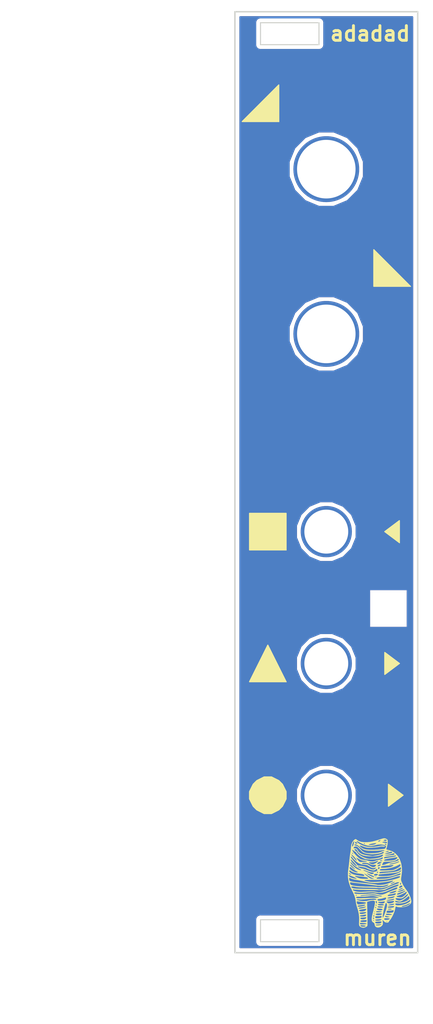
<source format=kicad_pcb>
(kicad_pcb (version 20171130) (host pcbnew 5.0.1)

  (general
    (thickness 1.6)
    (drawings 50)
    (tracks 5)
    (zones 0)
    (modules 1)
    (nets 1)
  )

  (page A4)
  (layers
    (0 F.Cu signal)
    (31 B.Cu signal)
    (32 B.Adhes user)
    (33 F.Adhes user)
    (34 B.Paste user)
    (35 F.Paste user)
    (36 B.SilkS user)
    (37 F.SilkS user)
    (38 B.Mask user)
    (39 F.Mask user)
    (40 Dwgs.User user)
    (41 Cmts.User user)
    (42 Eco1.User user)
    (43 Eco2.User user)
    (44 Edge.Cuts user)
    (45 Margin user)
    (46 B.CrtYd user)
    (47 F.CrtYd user)
    (48 B.Fab user)
    (49 F.Fab user)
  )

  (setup
    (last_trace_width 0.25)
    (user_trace_width 0.5)
    (user_trace_width 1)
    (trace_clearance 0.2)
    (zone_clearance 0.508)
    (zone_45_only no)
    (trace_min 0.2)
    (segment_width 0.2)
    (edge_width 0.15)
    (via_size 0.8)
    (via_drill 0.4)
    (via_min_size 0.4)
    (via_min_drill 0.3)
    (user_via 7 6)
    (user_via 9 8)
    (uvia_size 0.3)
    (uvia_drill 0.1)
    (uvias_allowed no)
    (uvia_min_size 0.2)
    (uvia_min_drill 0.1)
    (pcb_text_width 0.3)
    (pcb_text_size 1.5 1.5)
    (mod_edge_width 0.15)
    (mod_text_size 1 1)
    (mod_text_width 0.15)
    (pad_size 1.524 1.524)
    (pad_drill 0.762)
    (pad_to_mask_clearance 0.051)
    (solder_mask_min_width 0.25)
    (aux_axis_origin 0 0)
    (visible_elements FFFFFF7F)
    (pcbplotparams
      (layerselection 0x010f0_ffffffff)
      (usegerberextensions false)
      (usegerberattributes false)
      (usegerberadvancedattributes false)
      (creategerberjobfile false)
      (excludeedgelayer true)
      (linewidth 0.100000)
      (plotframeref false)
      (viasonmask false)
      (mode 1)
      (useauxorigin false)
      (hpglpennumber 1)
      (hpglpenspeed 20)
      (hpglpendiameter 15.000000)
      (psnegative false)
      (psa4output false)
      (plotreference true)
      (plotvalue true)
      (plotinvisibletext false)
      (padsonsilk false)
      (subtractmaskfromsilk false)
      (outputformat 1)
      (mirror false)
      (drillshape 0)
      (scaleselection 1)
      (outputdirectory "gerber"))
  )

  (net 0 "")

  (net_class Default "Dies ist die voreingestellte Netzklasse."
    (clearance 0.2)
    (trace_width 0.25)
    (via_dia 0.8)
    (via_drill 0.4)
    (uvia_dia 0.3)
    (uvia_drill 0.1)
  )

  (module LOGO (layer F.Cu) (tedit 0) (tstamp 5CA26B2F)
    (at 130 139)
    (fp_text reference G*** (at 0 0) (layer F.SilkS) hide
      (effects (font (size 1.524 1.524) (thickness 0.3)))
    )
    (fp_text value LOGO (at 0.75 0) (layer F.SilkS) hide
      (effects (font (size 1.524 1.524) (thickness 0.3)))
    )
    (fp_poly (pts (xy 0.991148 -6.120604) (xy 1.08943 -6.09436) (xy 1.161482 -6.065702) (xy 1.334979 -5.965297)
      (xy 1.401229 -5.846281) (xy 1.403152 -5.825273) (xy 1.387796 -5.353742) (xy 1.301707 -4.953165)
      (xy 1.296369 -4.937751) (xy 1.240547 -4.768425) (xy 1.209069 -4.651399) (xy 1.2065 -4.632019)
      (xy 1.26308 -4.592229) (xy 1.408918 -4.543424) (xy 1.547821 -4.510146) (xy 2.017259 -4.350239)
      (xy 2.429284 -4.082167) (xy 2.775598 -3.714883) (xy 3.047903 -3.257341) (xy 3.2379 -2.718495)
      (xy 3.248586 -2.675116) (xy 3.340179 -2.141853) (xy 3.353229 -1.606528) (xy 3.288496 -1.022246)
      (xy 3.276577 -0.9525) (xy 3.234838 -0.677189) (xy 3.2256 -0.482523) (xy 3.24864 -0.326438)
      (xy 3.272858 -0.247826) (xy 3.519171 0.30004) (xy 3.845398 0.789716) (xy 3.876639 0.827869)
      (xy 4.148664 1.202635) (xy 4.373522 1.607387) (xy 4.53681 2.00983) (xy 4.624122 2.37767)
      (xy 4.634812 2.527704) (xy 4.575443 2.749743) (xy 4.407124 2.946165) (xy 4.146814 3.107962)
      (xy 3.811473 3.226127) (xy 3.418058 3.291654) (xy 3.176927 3.302) (xy 2.945811 3.291115)
      (xy 2.751116 3.262941) (xy 2.657386 3.233355) (xy 2.567908 3.191647) (xy 2.51147 3.200376)
      (xy 2.471732 3.281391) (xy 2.432356 3.45654) (xy 2.412483 3.560843) (xy 2.325183 3.879278)
      (xy 2.184329 4.238022) (xy 2.011489 4.591132) (xy 1.828234 4.892663) (xy 1.723602 5.02818)
      (xy 1.605386 5.176704) (xy 1.533798 5.293425) (xy 1.524 5.326507) (xy 1.468095 5.37306)
      (xy 1.330138 5.396737) (xy 1.296865 5.3975) (xy 1.091289 5.360811) (xy 0.924474 5.245902)
      (xy 1.228327 5.245902) (xy 1.23825 5.2705) (xy 1.295311 5.331077) (xy 1.305497 5.334)
      (xy 1.332771 5.28487) (xy 1.3335 5.2705) (xy 1.284684 5.20944) (xy 1.266252 5.207)
      (xy 1.228327 5.245902) (xy 0.924474 5.245902) (xy 0.906852 5.233764) (xy 0.877985 5.205754)
      (xy 0.68624 5.014009) (xy 0.728189 5.319017) (xy 0.74452 5.527976) (xy 0.714706 5.671099)
      (xy 0.638076 5.791916) (xy 0.454287 5.954829) (xy 0.236439 6.045565) (xy 0.015068 6.064294)
      (xy -0.179289 6.011187) (xy -0.316095 5.886416) (xy -0.35596 5.786336) (xy -0.373145 5.715)
      (xy -0.254 5.715) (xy -0.198835 5.759526) (xy -0.060552 5.778347) (xy 0.12003 5.773482)
      (xy 0.302092 5.746948) (xy 0.444814 5.700767) (xy 0.479988 5.678693) (xy 0.552521 5.61373)
      (xy 0.532862 5.595266) (xy 0.405401 5.612416) (xy 0.388937 5.615193) (xy 0.16293 5.641806)
      (xy -0.039688 5.6515) (xy -0.183404 5.667996) (xy -0.252834 5.708374) (xy -0.254 5.715)
      (xy -0.373145 5.715) (xy -0.405123 5.582264) (xy -0.450655 5.466535) (xy -0.5124 5.402681)
      (xy -0.544774 5.38599) (xy -0.309216 5.38599) (xy -0.295588 5.426511) (xy -0.212537 5.486987)
      (xy -0.049173 5.520271) (xy 0.150356 5.524449) (xy 0.341905 5.497607) (xy 0.448674 5.458765)
      (xy 0.547602 5.36929) (xy 0.5715 5.303736) (xy 0.544053 5.255646) (xy 0.446205 5.233458)
      (xy 0.254695 5.233567) (xy 0.151894 5.238743) (xy -0.098921 5.25683) (xy -0.244734 5.281256)
      (xy -0.30751 5.321237) (xy -0.309216 5.38599) (xy -0.544774 5.38599) (xy -0.585135 5.365182)
      (xy -0.715729 5.260917) (xy -0.783907 5.084681) (xy -0.784868 5.046368) (xy -0.608336 5.046368)
      (xy -0.60325 5.08) (xy -0.548935 5.140511) (xy -0.53975 5.1435) (xy -0.489265 5.099211)
      (xy -0.47625 5.08) (xy -0.48772 5.039079) (xy -0.308482 5.039079) (xy -0.288362 5.075775)
      (xy -0.19699 5.121977) (xy -0.026994 5.140944) (xy 0.176119 5.132299) (xy 0.366845 5.095662)
      (xy 0.408616 5.081571) (xy 0.551724 5.010434) (xy 0.576717 4.956059) (xy 0.494187 4.92413)
      (xy 0.912143 4.92413) (xy 0.949517 4.981156) (xy 1.055788 5.027474) (xy 1.232061 5.037647)
      (xy 1.427642 5.015054) (xy 1.591839 4.963072) (xy 1.636659 4.935375) (xy 1.690259 4.87208)
      (xy 1.651988 4.829351) (xy 1.509453 4.801628) (xy 1.303986 4.786078) (xy 1.054112 4.790359)
      (xy 0.923366 4.836449) (xy 0.912143 4.92413) (xy 0.494187 4.92413) (xy 0.491914 4.923251)
      (xy 0.305636 4.916811) (xy 0.142875 4.928163) (xy -0.102862 4.953742) (xy -0.24485 4.975568)
      (xy -0.305814 5.00142) (xy -0.308482 5.039079) (xy -0.48772 5.039079) (xy -0.49133 5.026203)
      (xy -0.53975 5.0165) (xy -0.608336 5.046368) (xy -0.784868 5.046368) (xy -0.790408 4.825546)
      (xy -0.785582 4.79425) (xy -0.635 4.79425) (xy -0.584171 4.878436) (xy -0.53975 4.8895)
      (xy -0.455564 4.83867) (xy -0.4445 4.79425) (xy -0.49533 4.710063) (xy -0.53975 4.699)
      (xy -0.623937 4.749829) (xy -0.635 4.79425) (xy -0.785582 4.79425) (xy -0.760284 4.630208)
      (xy -0.3175 4.630208) (xy -0.281012 4.748651) (xy -0.238125 4.787069) (xy -0.131821 4.800046)
      (xy 0.048591 4.795565) (xy 0.252097 4.777922) (xy 0.427682 4.751415) (xy 0.520226 4.723193)
      (xy 0.550025 4.665057) (xy 0.703858 4.665057) (xy 0.715544 4.694888) (xy 0.742034 4.699047)
      (xy 0.748793 4.699) (xy 0.790983 4.643378) (xy 0.845775 4.529148) (xy 1.016 4.529148)
      (xy 1.071316 4.604541) (xy 1.205263 4.656103) (xy 1.369839 4.669642) (xy 1.449818 4.657408)
      (xy 1.581713 4.635916) (xy 1.672068 4.628197) (xy 1.716779 4.614187) (xy 1.642481 4.586322)
      (xy 1.5875 4.573647) (xy 1.378621 4.526153) (xy 1.190625 4.478816) (xy 1.06229 4.459533)
      (xy 1.017611 4.505625) (xy 1.016 4.529148) (xy 0.845775 4.529148) (xy 0.862577 4.494121)
      (xy 0.951533 4.277643) (xy 0.978283 4.206588) (xy 1.165115 4.206588) (xy 1.165165 4.297636)
      (xy 1.176533 4.320886) (xy 1.254703 4.353415) (xy 1.41051 4.368481) (xy 1.603455 4.367787)
      (xy 1.793038 4.353037) (xy 1.93876 4.325933) (xy 2.000121 4.288179) (xy 2.00025 4.28625)
      (xy 1.943482 4.250223) (xy 1.800106 4.217904) (xy 1.610515 4.193145) (xy 1.4151 4.179798)
      (xy 1.254254 4.181717) (xy 1.168369 4.202754) (xy 1.165115 4.206588) (xy 0.978283 4.206588)
      (xy 1.002082 4.143375) (xy 1.05698 3.986958) (xy 1.241415 3.986958) (xy 1.255739 4.028573)
      (xy 1.345971 4.054617) (xy 1.517277 4.064185) (xy 1.725026 4.058879) (xy 1.924587 4.040302)
      (xy 2.071328 4.010057) (xy 2.099674 3.998265) (xy 2.199386 3.889674) (xy 2.2225 3.800359)
      (xy 2.198786 3.705697) (xy 2.104786 3.70023) (xy 2.079625 3.706476) (xy 1.932386 3.729208)
      (xy 1.721096 3.743389) (xy 1.610781 3.745632) (xy 1.410604 3.754683) (xy 1.303465 3.788161)
      (xy 1.256058 3.857614) (xy 1.252562 3.869823) (xy 1.241415 3.986958) (xy 1.05698 3.986958)
      (xy 1.150649 3.720081) (xy 1.20046 3.556) (xy 1.397 3.556) (xy 1.453755 3.593869)
      (xy 1.597353 3.616586) (xy 1.68275 3.6195) (xy 1.853164 3.606887) (xy 1.955388 3.574977)
      (xy 1.9685 3.556) (xy 1.911744 3.51813) (xy 1.768146 3.495413) (xy 1.68275 3.4925)
      (xy 1.512335 3.505112) (xy 1.410111 3.537022) (xy 1.397 3.556) (xy 1.20046 3.556)
      (xy 1.249459 3.394597) (xy 1.268537 3.305747) (xy 1.397 3.305747) (xy 1.45354 3.339094)
      (xy 1.596594 3.358708) (xy 1.786308 3.363535) (xy 1.982831 3.352521) (xy 2.143125 3.325476)
      (xy 2.254519 3.261445) (xy 2.286 3.19619) (xy 2.280726 3.185104) (xy 3.302 3.185104)
      (xy 3.358352 3.232327) (xy 3.525084 3.223584) (xy 3.798707 3.159151) (xy 3.860934 3.141098)
      (xy 4.087644 3.054055) (xy 4.291405 2.943486) (xy 4.364584 2.889105) (xy 4.463493 2.783574)
      (xy 4.462145 2.738264) (xy 4.373275 2.755416) (xy 4.209617 2.837271) (xy 4.177801 2.856243)
      (xy 3.990504 2.945123) (xy 3.75121 3.027199) (xy 3.636516 3.056847) (xy 3.45122 3.107316)
      (xy 3.329744 3.157663) (xy 3.302 3.185104) (xy 2.280726 3.185104) (xy 2.26296 3.147767)
      (xy 2.176943 3.12906) (xy 2.002597 3.137021) (xy 1.889125 3.14843) (xy 1.639309 3.178756)
      (xy 1.490907 3.207798) (xy 1.418676 3.243627) (xy 1.397373 3.29431) (xy 1.397 3.305747)
      (xy 1.268537 3.305747) (xy 1.302094 3.149477) (xy 1.309999 3.006088) (xy 1.4605 3.006088)
      (xy 1.515889 3.033865) (xy 1.65529 3.039064) (xy 1.838554 3.025809) (xy 2.02553 2.998222)
      (xy 2.176071 2.960426) (xy 2.243187 2.925712) (xy 2.263385 2.884481) (xy 2.433392 2.884481)
      (xy 2.478808 2.955531) (xy 2.610603 3.022911) (xy 2.845108 3.043479) (xy 3.166916 3.017091)
      (xy 3.464184 2.964751) (xy 3.746082 2.886018) (xy 4.010964 2.777565) (xy 4.238362 2.652641)
      (xy 4.40781 2.524493) (xy 4.498843 2.406368) (xy 4.490993 2.311514) (xy 4.484489 2.304322)
      (xy 4.415409 2.315617) (xy 4.280907 2.38737) (xy 4.175019 2.458153) (xy 3.848051 2.629969)
      (xy 3.452102 2.741411) (xy 3.035202 2.781475) (xy 2.81652 2.769353) (xy 2.575939 2.759456)
      (xy 2.447358 2.798312) (xy 2.433392 2.884481) (xy 2.263385 2.884481) (xy 2.281989 2.846507)
      (xy 2.272599 2.822933) (xy 2.193192 2.812398) (xy 2.037577 2.830417) (xy 1.846127 2.867884)
      (xy 1.659216 2.915694) (xy 1.517217 2.964741) (xy 1.460501 3.005921) (xy 1.4605 3.006088)
      (xy 1.309999 3.006088) (xy 1.312139 2.967275) (xy 1.283176 2.830544) (xy 1.275443 2.812338)
      (xy 1.207737 2.712902) (xy 1.150191 2.704885) (xy 1.150121 2.704965) (xy 1.099953 2.807475)
      (xy 1.034029 3.004548) (xy 0.960272 3.265976) (xy 0.886604 3.561549) (xy 0.820946 3.861056)
      (xy 0.77122 4.134289) (xy 0.765584 4.171413) (xy 0.728082 4.428332) (xy 0.707772 4.584542)
      (xy 0.703858 4.665057) (xy 0.550025 4.665057) (xy 0.562357 4.641) (xy 0.5715 4.561458)
      (xy 0.543844 4.467372) (xy 0.471056 4.469956) (xy 0.352913 4.491825) (xy 0.159967 4.505792)
      (xy 0.026556 4.5085) (xy -0.174107 4.514513) (xy -0.277931 4.5396) (xy -0.314795 4.594328)
      (xy -0.3175 4.630208) (xy -0.760284 4.630208) (xy -0.7382 4.487018) (xy -0.60633 4.487018)
      (xy -0.558549 4.558112) (xy -0.508 4.572) (xy -0.4252 4.526282) (xy -0.415462 4.512887)
      (xy -0.419587 4.437611) (xy -0.495926 4.397395) (xy -0.572536 4.41389) (xy -0.60633 4.487018)
      (xy -0.7382 4.487018) (xy -0.735973 4.472581) (xy -0.685755 4.261979) (xy -0.24457 4.261979)
      (xy -0.22225 4.318) (xy -0.135097 4.359264) (xy 0.030491 4.378265) (xy 0.227939 4.375146)
      (xy 0.410675 4.350046) (xy 0.512174 4.315765) (xy 0.621553 4.234497) (xy 0.607411 4.175264)
      (xy 0.471498 4.139219) (xy 0.225997 4.1275) (xy -0.047288 4.141638) (xy -0.202253 4.185661)
      (xy -0.24457 4.261979) (xy -0.685755 4.261979) (xy -0.668829 4.191) (xy -0.508 4.191)
      (xy -0.459679 4.252654) (xy -0.4445 4.2545) (xy -0.382846 4.206178) (xy -0.381 4.191)
      (xy -0.429322 4.129345) (xy -0.4445 4.1275) (xy -0.506155 4.175821) (xy -0.508 4.191)
      (xy -0.668829 4.191) (xy -0.665633 4.177597) (xy -0.604342 3.937) (xy -0.4445 3.937)
      (xy -0.422835 3.998849) (xy -0.416498 4.0005) (xy -0.362284 3.956003) (xy -0.34925 3.937)
      (xy -0.351703 3.908485) (xy -0.1905 3.908485) (xy -0.167582 3.962656) (xy -0.081527 3.988723)
      (xy 0.093617 3.991929) (xy 0.201335 3.987655) (xy 0.409676 3.96828) (xy 0.559592 3.936785)
      (xy 0.613942 3.90525) (xy 0.567191 3.869046) (xy 0.418469 3.840645) (xy 0.222107 3.82608)
      (xy -0.00599 3.822813) (xy -0.133217 3.838192) (xy -0.184977 3.877291) (xy -0.1905 3.908485)
      (xy -0.351703 3.908485) (xy -0.354285 3.878485) (xy -0.377253 3.8735) (xy -0.441916 3.919595)
      (xy -0.4445 3.937) (xy -0.604342 3.937) (xy -0.529509 3.643252) (xy -0.528908 3.640666)
      (xy -0.359834 3.640666) (xy -0.351117 3.678417) (xy -0.3175 3.683) (xy -0.265233 3.659766)
      (xy -0.275167 3.640666) (xy -0.350527 3.633066) (xy -0.359834 3.640666) (xy -0.528908 3.640666)
      (xy -0.510554 3.561739) (xy -0.090777 3.561739) (xy -0.023829 3.640155) (xy 0.09525 3.690738)
      (xy 0.280315 3.727187) (xy 0.397829 3.736233) (xy 0.503805 3.719791) (xy 0.555625 3.706476)
      (xy 0.684321 3.645656) (xy 0.700083 3.576313) (xy 0.614221 3.516225) (xy 0.438048 3.483172)
      (xy 0.41275 3.481916) (xy 0.211716 3.474216) (xy 0.051209 3.467634) (xy 0.015875 3.466041)
      (xy -0.081594 3.492232) (xy -0.090777 3.561739) (xy -0.510554 3.561739) (xy -0.457534 3.33375)
      (xy -0.3175 3.33375) (xy -0.283212 3.418253) (xy -0.254 3.429) (xy -0.197665 3.377567)
      (xy -0.1905 3.33375) (xy -0.224789 3.249246) (xy -0.254 3.2385) (xy -0.310336 3.289932)
      (xy -0.3175 3.33375) (xy -0.457534 3.33375) (xy -0.431089 3.220034) (xy -0.426583 3.196785)
      (xy 0.018286 3.196785) (xy 0.024293 3.274133) (xy 0.13677 3.328084) (xy 0.336316 3.352134)
      (xy 0.47625 3.350257) (xy 0.657439 3.329404) (xy 0.772389 3.2942) (xy 0.79375 3.27025)
      (xy 0.737239 3.230929) (xy 0.595637 3.197503) (xy 0.410836 3.173941) (xy 0.224731 3.16421)
      (xy 0.079214 3.17228) (xy 0.018286 3.196785) (xy -0.426583 3.196785) (xy -0.39159 3.01625)
      (xy -0.254 3.01625) (xy -0.219712 3.100753) (xy -0.1905 3.1115) (xy -0.134165 3.060067)
      (xy -0.127 3.01625) (xy -0.161289 2.931746) (xy -0.1905 2.921) (xy -0.246836 2.972432)
      (xy -0.254 3.01625) (xy -0.39159 3.01625) (xy -0.368731 2.898318) (xy -0.368272 2.894541)
      (xy 0.063366 2.894541) (xy 0.085271 2.976133) (xy 0.166929 3.023327) (xy 0.332848 3.044384)
      (xy 0.518583 3.048) (xy 0.740158 3.039375) (xy 0.85663 3.010117) (xy 0.889 2.958168)
      (xy 0.850313 2.903967) (xy 0.722078 2.868737) (xy 0.48603 2.847563) (xy 0.476116 2.847043)
      (xy 0.226604 2.844348) (xy 0.089055 2.866911) (xy 0.063366 2.894541) (xy -0.368272 2.894541)
      (xy -0.340796 2.668478) (xy -0.345643 2.520888) (xy -0.349316 2.511818) (xy -0.241357 2.511818)
      (xy -0.213852 2.639345) (xy -0.16524 2.753134) (xy -0.120117 2.794) (xy -0.077174 2.739732)
      (xy -0.0635 2.638997) (xy -0.068021 2.61752) (xy 0.078317 2.61752) (xy 0.14088 2.679864)
      (xy 0.298827 2.73342) (xy 0.322547 2.738015) (xy 0.564327 2.775674) (xy 0.723547 2.780973)
      (xy 0.840635 2.753223) (xy 0.893174 2.728265) (xy 0.992285 2.634688) (xy 1.016 2.563934)
      (xy 1.010061 2.54811) (xy 1.254991 2.54811) (xy 1.312115 2.642158) (xy 1.46375 2.7628)
      (xy 1.696277 2.786244) (xy 2.008754 2.712409) (xy 2.032 2.704172) (xy 2.183699 2.624137)
      (xy 2.270478 2.530516) (xy 2.275505 2.514741) (xy 2.275295 2.503833) (xy 2.413 2.503833)
      (xy 2.470888 2.580109) (xy 2.626365 2.631544) (xy 2.852146 2.656442) (xy 3.120945 2.65311)
      (xy 3.405478 2.619853) (xy 3.600449 2.577581) (xy 3.917053 2.466373) (xy 4.1642 2.326138)
      (xy 4.327968 2.170052) (xy 4.394439 2.011295) (xy 4.352006 1.866146) (xy 4.288507 1.793954)
      (xy 4.226544 1.794096) (xy 4.125071 1.873306) (xy 4.084591 1.91002) (xy 3.89572 2.064053)
      (xy 3.665109 2.226302) (xy 3.43055 2.372732) (xy 3.229834 2.479306) (xy 3.129782 2.517304)
      (xy 2.968835 2.521981) (xy 2.785645 2.483102) (xy 2.570796 2.422737) (xy 2.451176 2.428338)
      (xy 2.413029 2.500671) (xy 2.413 2.503833) (xy 2.275295 2.503833) (xy 2.274392 2.456949)
      (xy 2.224399 2.430759) (xy 2.099306 2.431979) (xy 1.894505 2.453805) (xy 1.659175 2.478583)
      (xy 1.457417 2.493749) (xy 1.352437 2.496225) (xy 1.258783 2.500625) (xy 1.254991 2.54811)
      (xy 1.010061 2.54811) (xy 0.993841 2.504901) (xy 0.907157 2.49062) (xy 0.746125 2.511655)
      (xy 0.51759 2.540203) (xy 0.299511 2.551304) (xy 0.265168 2.550744) (xy 0.117595 2.567457)
      (xy 0.078317 2.61752) (xy -0.068021 2.61752) (xy -0.091447 2.506244) (xy -0.155816 2.423984)
      (xy -0.227401 2.428815) (xy -0.229566 2.430898) (xy -0.241357 2.511818) (xy -0.349316 2.511818)
      (xy -0.372172 2.455387) (xy -0.494052 2.398697) (xy -0.706524 2.391734) (xy -0.983788 2.433412)
      (xy -1.200366 2.490259) (xy -1.416482 2.556278) (xy -1.382393 4.151514) (xy -1.374204 4.59194)
      (xy -1.36909 4.992213) (xy -1.367093 5.334218) (xy -1.368258 5.599839) (xy -1.372628 5.770961)
      (xy -1.378389 5.827461) (xy -1.469753 5.928693) (xy -1.637886 6.021178) (xy -1.83336 6.081895)
      (xy -1.949472 6.093457) (xy -2.141114 6.059981) (xy -2.297515 5.998464) (xy -2.425963 5.903956)
      (xy -2.494904 5.783634) (xy -2.342124 5.783634) (xy -2.312012 5.841351) (xy -2.284736 5.875273)
      (xy -2.178779 5.930913) (xy -2.01034 5.956358) (xy -1.826789 5.952398) (xy -1.675498 5.919822)
      (xy -1.60507 5.863941) (xy -1.648742 5.81381) (xy -1.814119 5.77813) (xy -1.949356 5.765543)
      (xy -2.18052 5.752184) (xy -2.304868 5.756062) (xy -2.342124 5.783634) (xy -2.494904 5.783634)
      (xy -2.500527 5.773822) (xy -2.528425 5.581106) (xy -2.525222 5.502831) (xy -2.406269 5.502831)
      (xy -2.389967 5.556432) (xy -2.343169 5.611389) (xy -2.238371 5.638531) (xy -2.047806 5.642783)
      (xy -1.926808 5.638546) (xy -1.697393 5.618351) (xy -1.537585 5.58438) (xy -1.478587 5.547701)
      (xy -1.524658 5.501756) (xy -1.695548 5.466696) (xy -1.918026 5.446936) (xy -2.146121 5.435348)
      (xy -2.318771 5.431377) (xy -2.402446 5.435717) (xy -2.40497 5.436871) (xy -2.406269 5.502831)
      (xy -2.525222 5.502831) (xy -2.516873 5.298853) (xy -2.508566 5.210145) (xy -2.50833 5.197484)
      (xy -2.352492 5.197484) (xy -2.277865 5.278434) (xy -2.168614 5.307391) (xy -1.981905 5.32067)
      (xy -1.8415 5.318715) (xy -1.63714 5.302526) (xy -1.527821 5.269956) (xy -1.481626 5.207867)
      (xy -1.472962 5.16703) (xy -1.471031 5.095984) (xy -1.508573 5.057569) (xy -1.612156 5.044406)
      (xy -1.808349 5.049114) (xy -1.884639 5.052685) (xy -2.151874 5.080205) (xy -2.309735 5.129568)
      (xy -2.352492 5.197484) (xy -2.50833 5.197484) (xy -2.500693 4.788958) (xy -2.3495 4.788958)
      (xy -2.294109 4.884079) (xy -2.150617 4.939103) (xy -1.953047 4.948787) (xy -1.735422 4.907889)
      (xy -1.686884 4.891071) (xy -1.567301 4.814465) (xy -1.52088 4.726281) (xy -1.55068 4.662012)
      (xy -1.659762 4.657151) (xy -1.666875 4.658976) (xy -1.822418 4.683809) (xy -2.028859 4.697354)
      (xy -2.079625 4.698132) (xy -2.266705 4.714448) (xy -2.345005 4.765125) (xy -2.3495 4.788958)
      (xy -2.500693 4.788958) (xy -2.499703 4.736028) (xy -2.528402 4.4616) (xy -2.412775 4.4616)
      (xy -2.347067 4.524151) (xy -2.333625 4.529945) (xy -2.161781 4.56346) (xy -1.943822 4.56254)
      (xy -1.738934 4.531217) (xy -1.615512 4.481024) (xy -1.532533 4.385081) (xy -1.556602 4.317232)
      (xy -1.668593 4.291094) (xy -1.843642 4.318614) (xy -2.048303 4.362768) (xy -2.235764 4.381495)
      (xy -2.237956 4.3815) (xy -2.371024 4.405699) (xy -2.412775 4.4616) (xy -2.528402 4.4616)
      (xy -2.554436 4.212657) (xy -2.59156 4.038982) (xy -2.469674 4.038982) (xy -2.455528 4.097947)
      (xy -2.411168 4.161458) (xy -2.287548 4.220007) (xy -2.081345 4.223179) (xy -1.823438 4.172649)
      (xy -1.666875 4.121118) (xy -1.55656 4.054198) (xy -1.524 3.998226) (xy -1.577591 3.963159)
      (xy -1.742766 3.956294) (xy -1.984375 3.973171) (xy -2.211827 3.997338) (xy -2.384044 4.020328)
      (xy -2.467319 4.03757) (xy -2.469674 4.038982) (xy -2.59156 4.038982) (xy -2.660279 3.717507)
      (xy -2.515504 3.717507) (xy -2.502607 3.770019) (xy -2.500386 3.775846) (xy -2.415697 3.836908)
      (xy -2.245208 3.866422) (xy -2.026689 3.862161) (xy -1.797909 3.821897) (xy -1.78401 3.818101)
      (xy -1.647801 3.748386) (xy -1.55102 3.645882) (xy -1.524215 3.548206) (xy -1.540549 3.518285)
      (xy -1.621029 3.507016) (xy -1.787712 3.520903) (xy -1.982803 3.552958) (xy -2.247811 3.6063)
      (xy -2.410201 3.645163) (xy -2.492067 3.67906) (xy -2.515504 3.717507) (xy -2.660279 3.717507)
      (xy -2.664923 3.695783) (xy -2.755778 3.413125) (xy -2.587788 3.413125) (xy -2.555874 3.470317)
      (xy -2.414684 3.484369) (xy -2.174353 3.455376) (xy -1.941897 3.407029) (xy -1.756767 3.349019)
      (xy -1.630496 3.282205) (xy -1.601009 3.247711) (xy -1.608997 3.192068) (xy -1.706702 3.204763)
      (xy -1.722863 3.209788) (xy -1.872347 3.2444) (xy -2.087527 3.279517) (xy -2.217371 3.295827)
      (xy -2.412804 3.33031) (xy -2.549208 3.378643) (xy -2.587788 3.413125) (xy -2.755778 3.413125)
      (xy -2.765608 3.382543) (xy -2.837477 3.151812) (xy -2.720922 3.151812) (xy -2.682875 3.201977)
      (xy -2.591665 3.223521) (xy -2.417245 3.217714) (xy -2.199308 3.189218) (xy -1.977542 3.142693)
      (xy -1.846669 3.103786) (xy -1.702346 3.032996) (xy -1.655768 2.969578) (xy -1.709908 2.935949)
      (xy -1.825625 2.945143) (xy -1.987626 2.971674) (xy -2.214412 3.002726) (xy -2.365375 3.021005)
      (xy -2.592028 3.054726) (xy -2.705829 3.095641) (xy -2.720922 3.151812) (xy -2.837477 3.151812)
      (xy -2.855192 3.094943) (xy -2.926852 2.777374) (xy -2.954775 2.588793) (xy -2.964363 2.528157)
      (xy -2.848317 2.528157) (xy -2.834191 2.647263) (xy -2.792509 2.766174) (xy -2.753827 2.854306)
      (xy -2.701231 2.902091) (xy -2.603442 2.917194) (xy -2.42918 2.907281) (xy -2.276437 2.892667)
      (xy -2.026503 2.862002) (xy -1.808097 2.824671) (xy -1.670858 2.789478) (xy -1.558474 2.725863)
      (xy -1.571353 2.669223) (xy -1.707895 2.620636) (xy -1.966501 2.58118) (xy -1.982665 2.57946)
      (xy -2.240943 2.550343) (xy -2.487261 2.519172) (xy -2.619375 2.500181) (xy -2.781533 2.486535)
      (xy -2.848317 2.528157) (xy -2.964363 2.528157) (xy -3.007412 2.255915) (xy -2.859751 2.255915)
      (xy -2.823823 2.297313) (xy -2.78215 2.313295) (xy -2.331116 2.421775) (xy -1.887605 2.465832)
      (xy -1.487684 2.443834) (xy -1.23825 2.383081) (xy -1.037529 2.334209) (xy -0.773388 2.299931)
      (xy -0.550334 2.288787) (xy -0.307988 2.280275) (xy -0.176591 2.256555) (xy -0.176342 2.256263)
      (xy -0.006378 2.256263) (xy 0.03235 2.36055) (xy 0.047625 2.377359) (xy 0.148173 2.409093)
      (xy 0.331282 2.413081) (xy 0.556765 2.394168) (xy 0.75437 2.36208) (xy 1.246025 2.36208)
      (xy 1.325836 2.387979) (xy 1.495565 2.391824) (xy 1.720462 2.375781) (xy 1.965778 2.342015)
      (xy 2.143125 2.306159) (xy 2.254626 2.247001) (xy 2.286 2.185437) (xy 2.252995 2.130114)
      (xy 2.143125 2.152715) (xy 2.004132 2.188923) (xy 1.790767 2.227204) (xy 1.603473 2.252616)
      (xy 1.387488 2.287341) (xy 1.264642 2.328473) (xy 1.246025 2.36208) (xy 0.75437 2.36208)
      (xy 0.784435 2.357198) (xy 0.974105 2.307016) (xy 1.081135 2.252769) (xy 1.180301 2.127692)
      (xy 1.180776 2.125261) (xy 2.4765 2.125261) (xy 2.532945 2.225101) (xy 2.674399 2.313572)
      (xy 2.859039 2.372768) (xy 3.045041 2.384786) (xy 3.073596 2.380883) (xy 3.221648 2.330541)
      (xy 3.427954 2.230434) (xy 3.633437 2.111018) (xy 3.86515 1.944289) (xy 4.046049 1.775789)
      (xy 4.159136 1.625377) (xy 4.187412 1.512913) (xy 4.171068 1.482902) (xy 4.104911 1.498261)
      (xy 3.98039 1.585211) (xy 3.856293 1.695169) (xy 3.630587 1.898712) (xy 3.445193 2.020122)
      (xy 3.259222 2.074914) (xy 3.031788 2.078607) (xy 2.88121 2.065232) (xy 2.659873 2.045708)
      (xy 2.536867 2.049698) (xy 2.485023 2.081232) (xy 2.4765 2.125261) (xy 1.180776 2.125261)
      (xy 1.197416 2.040261) (xy 1.3335 2.040261) (xy 1.389409 2.079315) (xy 1.53202 2.094437)
      (xy 1.723656 2.087368) (xy 1.926639 2.059849) (xy 2.103294 2.013622) (xy 2.129289 2.00349)
      (xy 2.263842 1.928297) (xy 2.34028 1.852097) (xy 2.343107 1.822619) (xy 2.608446 1.822619)
      (xy 2.695508 1.883248) (xy 2.807376 1.912515) (xy 3.084771 1.951912) (xy 3.286124 1.942056)
      (xy 3.454812 1.876917) (xy 3.559538 1.807946) (xy 3.808219 1.593382) (xy 3.958161 1.391591)
      (xy 3.999088 1.246379) (xy 3.991254 1.16784) (xy 3.942561 1.173682) (xy 3.857625 1.232564)
      (xy 3.66265 1.353351) (xy 3.405604 1.483734) (xy 3.134845 1.601814) (xy 2.898736 1.685691)
      (xy 2.807122 1.708265) (xy 2.645645 1.759539) (xy 2.608446 1.822619) (xy 2.343107 1.822619)
      (xy 2.345332 1.799426) (xy 2.265724 1.794817) (xy 2.238375 1.801851) (xy 2.119059 1.830494)
      (xy 1.921581 1.872099) (xy 1.730375 1.909642) (xy 1.525836 1.956445) (xy 1.382544 2.004428)
      (xy 1.3335 2.040261) (xy 1.197416 2.040261) (xy 1.200918 2.022372) (xy 1.13856 1.969813)
      (xy 1.119233 1.9685) (xy 1.008751 1.988612) (xy 0.834697 2.039148) (xy 0.762 2.06375)
      (xy 0.528845 2.125312) (xy 0.292109 2.157594) (xy 0.246016 2.159) (xy 0.068336 2.185237)
      (xy -0.006378 2.256263) (xy -0.176342 2.256263) (xy -0.140668 2.214509) (xy -0.142492 2.206625)
      (xy -0.207534 2.14773) (xy -0.360991 2.115911) (xy -0.611804 2.110995) (xy -0.968913 2.13281)
      (xy -1.441258 2.181184) (xy -1.444463 2.181555) (xy -1.844312 2.220431) (xy -2.183789 2.238826)
      (xy -2.437224 2.235699) (xy -2.525493 2.225405) (xy -2.684421 2.211001) (xy -2.804562 2.224157)
      (xy -2.859751 2.255915) (xy -3.007412 2.255915) (xy -3.026351 2.136146) (xy -3.086577 1.933337)
      (xy -2.921 1.933337) (xy -2.90708 1.997422) (xy -2.853466 2.040725) (xy -2.742379 2.065377)
      (xy -2.55604 2.073512) (xy -2.276672 2.067263) (xy -1.93675 2.051402) (xy -1.544948 2.033988)
      (xy -1.12226 2.020068) (xy -0.724815 2.011255) (xy -0.460375 2.008968) (xy -0.190226 2.004915)
      (xy 0.025157 1.993538) (xy 0.159225 1.976738) (xy 0.1905 1.962348) (xy 0.133531 1.926099)
      (xy -0.016344 1.875155) (xy -0.227574 1.820122) (xy -0.24341 1.816488) (xy -0.490438 1.768248)
      (xy -0.708518 1.749575) (xy -0.949828 1.75924) (xy -1.243535 1.792943) (xy -1.593176 1.828326)
      (xy -1.984504 1.851234) (xy -2.337773 1.857139) (xy -2.365375 1.856674) (xy -2.643 1.855252)
      (xy -2.814467 1.866737) (xy -2.900215 1.893947) (xy -2.921 1.933337) (xy -3.086577 1.933337)
      (xy -3.146842 1.730401) (xy -2.3495 1.730401) (xy -2.294951 1.763377) (xy -2.158079 1.757939)
      (xy -2.143125 1.755404) (xy -1.824996 1.713004) (xy -1.44786 1.685273) (xy -1.04748 1.672553)
      (xy -0.659619 1.675181) (xy -0.320038 1.693499) (xy -0.064501 1.727844) (xy -0.03175 1.735361)
      (xy 0.24861 1.801148) (xy 0.431301 1.8305) (xy 0.539832 1.824997) (xy 0.597712 1.786217)
      (xy 0.60325 1.778) (xy 0.579242 1.732308) (xy 0.544974 1.7272) (xy 1.397 1.7272)
      (xy 1.41713 1.762258) (xy 1.491158 1.774365) (xy 1.639544 1.762713) (xy 1.882745 1.726491)
      (xy 2.026606 1.702297) (xy 2.282057 1.649107) (xy 2.431194 1.59228) (xy 2.494619 1.523636)
      (xy 2.497128 1.515474) (xy 2.499119 1.498434) (xy 2.667 1.498434) (xy 2.710275 1.570827)
      (xy 2.843766 1.571351) (xy 3.072971 1.499439) (xy 3.211609 1.442074) (xy 3.498162 1.306112)
      (xy 3.696739 1.187896) (xy 3.795652 1.095358) (xy 3.795659 1.045642) (xy 3.715124 1.03761)
      (xy 3.668659 1.064292) (xy 3.571031 1.114192) (xy 3.388374 1.184375) (xy 3.157905 1.260694)
      (xy 3.127375 1.270026) (xy 2.872901 1.358651) (xy 2.714607 1.439401) (xy 2.667 1.498434)
      (xy 2.499119 1.498434) (xy 2.50943 1.410203) (xy 2.457689 1.375639) (xy 2.32096 1.405264)
      (xy 2.236067 1.434238) (xy 2.013044 1.492652) (xy 1.789637 1.520865) (xy 1.774825 1.521212)
      (xy 1.570939 1.554403) (xy 1.435156 1.636758) (xy 1.397 1.7272) (xy 0.544974 1.7272)
      (xy 0.459772 1.7145) (xy 0.294587 1.696192) (xy 0.071177 1.649334) (xy -0.06785 1.611696)
      (xy -0.326109 1.553862) (xy -0.610742 1.533878) (xy -0.9525 1.546765) (xy -1.448022 1.584006)
      (xy -1.825649 1.61829) (xy -2.094418 1.650805) (xy -2.263368 1.682738) (xy -2.341535 1.715279)
      (xy -2.3495 1.730401) (xy -3.146842 1.730401) (xy -3.153952 1.706461) (xy -3.178248 1.651)
      (xy -2.9845 1.651) (xy -2.932814 1.706728) (xy -2.885503 1.7145) (xy -2.819777 1.683715)
      (xy -2.82575 1.651) (xy -2.906933 1.589922) (xy -2.924748 1.5875) (xy -2.98279 1.635934)
      (xy -2.9845 1.651) (xy -3.178248 1.651) (xy -3.313706 1.341801) (xy -3.169359 1.341801)
      (xy -3.115596 1.418407) (xy -3.018004 1.451035) (xy -2.814109 1.47337) (xy -2.524203 1.485281)
      (xy -2.168576 1.486636) (xy -1.767518 1.477304) (xy -1.34132 1.457154) (xy -0.98425 1.432218)
      (xy -0.657575 1.410968) (xy -0.420109 1.41053) (xy -0.235474 1.432837) (xy -0.067289 1.479822)
      (xy -0.0635 1.481147) (xy 0.312563 1.57386) (xy 0.662753 1.567821) (xy 1.025316 1.459764)
      (xy 1.21185 1.372305) (xy 1.293318 1.334348) (xy 1.618725 1.334348) (xy 1.639182 1.378774)
      (xy 1.752574 1.394669) (xy 1.928088 1.382068) (xy 2.134913 1.341005) (xy 2.161933 1.333734)
      (xy 2.359915 1.261849) (xy 2.513521 1.175797) (xy 2.524942 1.164362) (xy 2.75147 1.164362)
      (xy 2.756666 1.198349) (xy 2.855552 1.200576) (xy 3.019846 1.17467) (xy 3.221268 1.124256)
      (xy 3.329159 1.090284) (xy 3.512723 1.01386) (xy 3.639335 0.934591) (xy 3.671036 0.895245)
      (xy 3.678198 0.849237) (xy 3.647457 0.832872) (xy 3.558594 0.850046) (xy 3.391388 0.904653)
      (xy 3.127178 1.000018) (xy 2.93603 1.074512) (xy 2.796735 1.137043) (xy 2.75147 1.164362)
      (xy 2.524942 1.164362) (xy 2.595036 1.094184) (xy 2.590898 1.045732) (xy 2.512263 1.041133)
      (xy 2.352136 1.071074) (xy 2.14758 1.124552) (xy 1.935657 1.190563) (xy 1.753429 1.258106)
      (xy 1.637958 1.316176) (xy 1.618725 1.334348) (xy 1.293318 1.334348) (xy 1.479229 1.247731)
      (xy 1.805472 1.113755) (xy 2.127387 0.996072) (xy 2.180225 0.978527) (xy 2.342621 0.92238)
      (xy 2.8575 0.92238) (xy 2.906186 0.950981) (xy 3.055639 0.917253) (xy 3.237214 0.850355)
      (xy 3.390545 0.773997) (xy 3.47817 0.703375) (xy 3.488262 0.657411) (xy 3.408992 0.655029)
      (xy 3.349625 0.670515) (xy 3.190396 0.730262) (xy 3.027534 0.806732) (xy 2.902767 0.878568)
      (xy 2.8575 0.92238) (xy 2.342621 0.92238) (xy 2.45196 0.884577) (xy 2.620736 0.810252)
      (xy 2.706823 0.744463) (xy 2.7305 0.677474) (xy 2.712861 0.62364) (xy 2.945729 0.62364)
      (xy 3.029705 0.655785) (xy 3.16476 0.626764) (xy 3.304116 0.556363) (xy 3.400996 0.464365)
      (xy 3.417781 0.423977) (xy 3.390474 0.335093) (xy 3.31369 0.3175) (xy 3.177722 0.35255)
      (xy 3.045646 0.436513) (xy 2.955663 0.537603) (xy 2.945729 0.62364) (xy 2.712861 0.62364)
      (xy 2.707176 0.606292) (xy 2.628759 0.583379) (xy 2.482574 0.611814) (xy 2.255952 0.694675)
      (xy 1.936218 0.835041) (xy 1.776852 0.909184) (xy 1.196871 1.148471) (xy 0.675612 1.289443)
      (xy 0.195243 1.335118) (xy -0.262066 1.288514) (xy -0.34925 1.269131) (xy -0.567806 1.244102)
      (xy -0.908874 1.244671) (xy -1.370576 1.27082) (xy -1.49225 1.280338) (xy -1.989348 1.312802)
      (xy -2.377638 1.319411) (xy -2.672629 1.300273) (xy -2.748373 1.288987) (xy -2.995383 1.260986)
      (xy -3.137572 1.279246) (xy -3.169359 1.341801) (xy -3.313706 1.341801) (xy -3.352799 1.252568)
      (xy -3.44151 1.080261) (xy -3.518915 0.914539) (xy -3.357543 0.914539) (xy -3.355412 0.92624)
      (xy -3.303763 1.005772) (xy -3.168652 1.072992) (xy -2.935698 1.137168) (xy -2.742486 1.174179)
      (xy -2.536995 1.194716) (xy -2.289985 1.199437) (xy -1.972214 1.189004) (xy -1.602852 1.167289)
      (xy -1.136541 1.142379) (xy -0.769954 1.136813) (xy -0.47726 1.150849) (xy -0.254 1.180757)
      (xy -0.041715 1.219856) (xy 0.113648 1.249457) (xy 0.177302 1.26288) (xy 0.243666 1.254319)
      (xy 0.403088 1.225237) (xy 0.624377 1.181404) (xy 0.684069 1.169156) (xy 0.963973 1.09533)
      (xy 1.301305 0.982806) (xy 1.640491 0.850837) (xy 1.782511 0.788594) (xy 2.059337 0.666637)
      (xy 2.314682 0.562887) (xy 2.513429 0.491176) (xy 2.595624 0.4683) (xy 2.728372 0.417636)
      (xy 2.836263 0.338433) (xy 2.89619 0.257385) (xy 2.885044 0.201189) (xy 2.875175 0.199034)
      (xy 3.08482 0.199034) (xy 3.095513 0.216846) (xy 3.16668 0.227227) (xy 3.224024 0.147796)
      (xy 3.2385 0.059752) (xy 3.21434 -0.041429) (xy 3.182406 -0.0635) (xy 3.124944 -0.011459)
      (xy 3.085327 0.098924) (xy 3.08482 0.199034) (xy 2.875175 0.199034) (xy 2.836089 0.1905)
      (xy 2.690271 0.215209) (xy 2.462152 0.28129) (xy 2.18464 0.376671) (xy 1.890642 0.489282)
      (xy 1.613065 0.60705) (xy 1.384816 0.717906) (xy 1.357279 0.732962) (xy 1.248682 0.793762)
      (xy 1.153267 0.843232) (xy 1.057325 0.882334) (xy 0.947146 0.912025) (xy 0.809019 0.933265)
      (xy 0.629235 0.947015) (xy 0.394084 0.954234) (xy 0.089854 0.955881) (xy -0.297162 0.952916)
      (xy -0.780677 0.946299) (xy -1.374399 0.936988) (xy -1.524 0.93463) (xy -1.970337 0.925745)
      (xy -2.378858 0.914051) (xy -2.731061 0.900364) (xy -3.008445 0.885499) (xy -3.192506 0.870271)
      (xy -3.260816 0.858087) (xy -3.348228 0.840016) (xy -3.357543 0.914539) (xy -3.518915 0.914539)
      (xy -3.698484 0.53009) (xy -3.582449 0.53009) (xy -3.580666 0.535312) (xy -3.534708 0.60756)
      (xy -3.449671 0.664936) (xy -3.312439 0.709102) (xy -3.109898 0.741724) (xy -2.828931 0.764463)
      (xy -2.456425 0.778984) (xy -1.979264 0.786948) (xy -1.576221 0.789513) (xy -1.141656 0.793137)
      (xy -0.749142 0.800348) (xy -0.41656 0.810496) (xy -0.161793 0.822932) (xy -0.002723 0.837008)
      (xy 0.043029 0.848259) (xy 0.146135 0.879905) (xy 0.335123 0.880188) (xy 0.574276 0.854385)
      (xy 0.827876 0.80777) (xy 1.060207 0.745622) (xy 1.23555 0.673217) (xy 1.23825 0.671689)
      (xy 1.397702 0.588756) (xy 1.607396 0.49515) (xy 1.885279 0.383652) (xy 2.249295 0.24704)
      (xy 2.682875 0.090405) (xy 2.882501 0.005568) (xy 2.972187 -0.063536) (xy 2.948019 -0.110022)
      (xy 2.806467 -0.127) (xy 2.72578 -0.121065) (xy 2.629319 -0.09818) (xy 2.498767 -0.050722)
      (xy 2.315808 0.028928) (xy 2.062126 0.148392) (xy 1.719403 0.31529) (xy 1.5875 0.380175)
      (xy 1.078474 0.583772) (xy 0.590583 0.676838) (xy 0.135503 0.669972) (xy -0.065937 0.654341)
      (xy -0.364669 0.638601) (xy -0.730995 0.623959) (xy -1.135214 0.611625) (xy -1.49225 0.603752)
      (xy -1.889838 0.593383) (xy -2.260499 0.577645) (xy -2.578866 0.558082) (xy -2.819569 0.536238)
      (xy -2.95275 0.514896) (xy -3.21295 0.460561) (xy -3.419359 0.445461) (xy -3.549888 0.468876)
      (xy -3.582449 0.53009) (xy -3.698484 0.53009) (xy -3.743595 0.433511) (xy -3.873212 0.025708)
      (xy -3.7465 0.025708) (xy -3.698542 0.184665) (xy -3.603625 0.251714) (xy -3.318227 0.334203)
      (xy -2.911538 0.398567) (xy -2.38803 0.444358) (xy -1.752178 0.471128) (xy -1.348965 0.477641)
      (xy -0.96714 0.482833) (xy -0.629636 0.491347) (xy -0.356721 0.50235) (xy -0.168663 0.515012)
      (xy -0.085731 0.528498) (xy -0.084256 0.529577) (xy 0.013536 0.560491) (xy 0.200424 0.571961)
      (xy 0.440274 0.565675) (xy 0.696952 0.543324) (xy 0.934326 0.506597) (xy 1.060365 0.476049)
      (xy 1.259351 0.40388) (xy 1.412356 0.325059) (xy 1.460666 0.285549) (xy 1.503158 0.220602)
      (xy 1.477427 0.197145) (xy 1.366982 0.215221) (xy 1.155331 0.274871) (xy 1.117032 0.286437)
      (xy 0.892578 0.341611) (xy 0.652136 0.370772) (xy 0.372135 0.373525) (xy 0.029004 0.349474)
      (xy -0.400826 0.298223) (xy -0.6985 0.255973) (xy -1.109837 0.198487) (xy -1.586982 0.136853)
      (xy -2.06929 0.078659) (xy -2.4765 0.033527) (xy -2.819667 -0.003662) (xy -3.13041 -0.040008)
      (xy -3.380602 -0.072028) (xy -3.542117 -0.09624) (xy -3.571875 -0.102084) (xy -3.696898 -0.116638)
      (xy -3.741693 -0.059915) (xy -3.7465 0.025708) (xy -3.873212 0.025708) (xy -3.9397 -0.183473)
      (xy -3.995013 -0.541191) (xy -3.8735 -0.541191) (xy -3.864489 -0.409054) (xy -3.816442 -0.330048)
      (xy -3.697837 -0.272536) (xy -3.563976 -0.230502) (xy -3.381379 -0.18984) (xy -3.107951 -0.14565)
      (xy -2.779567 -0.103059) (xy -2.432102 -0.067197) (xy -2.405101 -0.06482) (xy -2.032427 -0.03009)
      (xy -1.640582 0.010496) (xy -1.250655 0.054298) (xy -0.883733 0.098675) (xy -0.560905 0.140987)
      (xy -0.303259 0.178595) (xy -0.131883 0.208857) (xy -0.068792 0.227675) (xy 0.021493 0.251325)
      (xy 0.202632 0.257371) (xy 0.440015 0.247918) (xy 0.699036 0.225069) (xy 0.945086 0.19093)
      (xy 1.113783 0.155757) (xy 1.311941 0.09654) (xy 1.778 0.09654) (xy 1.828596 0.126299)
      (xy 1.976284 0.083745) (xy 2.177404 -0.010024) (xy 2.31731 -0.093358) (xy 2.379208 -0.154768)
      (xy 2.370118 -0.172485) (xy 2.282335 -0.160431) (xy 2.135377 -0.10787) (xy 1.973144 -0.034747)
      (xy 1.839532 0.038992) (xy 1.778441 0.093404) (xy 1.778 0.09654) (xy 1.311941 0.09654)
      (xy 1.377358 0.076991) (xy 1.640395 -0.018942) (xy 1.875287 -0.119793) (xy 2.054425 -0.213315)
      (xy 2.150202 -0.287258) (xy 2.159 -0.307959) (xy 2.103225 -0.329116) (xy 1.953638 -0.311913)
      (xy 1.825625 -0.282905) (xy 1.63883 -0.243994) (xy 1.359907 -0.197489) (xy 1.023078 -0.1486)
      (xy 0.662566 -0.102538) (xy 0.5715 -0.091933) (xy 0.041517 -0.040661) (xy -0.405143 -0.021703)
      (xy -0.808555 -0.037337) (xy -1.208793 -0.089841) (xy -1.645931 -0.181495) (xy -1.837097 -0.228861)
      (xy -2.169587 -0.307604) (xy -2.463463 -0.368855) (xy -1.792353 -0.368855) (xy -1.702151 -0.324211)
      (xy -1.492306 -0.268882) (xy -1.164015 -0.202231) (xy -0.9525 -0.163875) (xy -0.778009 -0.150628)
      (xy -0.507398 -0.150776) (xy -0.170648 -0.162594) (xy 0.202266 -0.18436) (xy 0.581363 -0.214348)
      (xy 0.936666 -0.250835) (xy 1.216277 -0.288586) (xy 1.629477 -0.362121) (xy 2.026907 -0.448081)
      (xy 2.389063 -0.54073) (xy 2.696442 -0.634332) (xy 2.929539 -0.723154) (xy 3.068851 -0.801459)
      (xy 3.099608 -0.8424) (xy 3.078977 -0.923511) (xy 2.970163 -0.949822) (xy 2.76539 -0.920894)
      (xy 2.456885 -0.836287) (xy 2.34173 -0.799586) (xy 1.965374 -0.683261) (xy 1.624041 -0.595135)
      (xy 1.289836 -0.531703) (xy 0.934868 -0.489458) (xy 0.531242 -0.464893) (xy 0.051067 -0.454502)
      (xy -0.406903 -0.454038) (xy -0.93284 -0.453287) (xy -1.333158 -0.445029) (xy -1.609052 -0.428628)
      (xy -1.761719 -0.403449) (xy -1.792353 -0.368855) (xy -2.463463 -0.368855) (xy -2.523509 -0.38137)
      (xy -2.837152 -0.437565) (xy -2.921 -0.450066) (xy -3.192953 -0.499806) (xy -3.449211 -0.567121)
      (xy -3.634558 -0.637493) (xy -3.635375 -0.637912) (xy -3.8735 -0.759962) (xy -3.8735 -0.541191)
      (xy -3.995013 -0.541191) (xy -4.035311 -0.801794) (xy -4.035536 -1.046425) (xy -3.93976 -1.046425)
      (xy -3.898575 -0.962246) (xy -3.778379 -0.849253) (xy -3.742076 -0.82235) (xy -3.560513 -0.730028)
      (xy -3.325498 -0.656203) (xy -3.218201 -0.635448) (xy -3.030469 -0.607019) (xy -2.904045 -0.586029)
      (xy -2.873375 -0.579422) (xy -2.857714 -0.618749) (xy -2.8575 -0.627863) (xy -2.911367 -0.670578)
      (xy -3.051196 -0.744368) (xy -3.244337 -0.834929) (xy -3.458135 -0.927961) (xy -3.539372 -0.960648)
      (xy -3.074715 -0.960648) (xy -3.040116 -0.91104) (xy -2.917178 -0.838438) (xy -2.73891 -0.757313)
      (xy -2.538324 -0.682134) (xy -2.348429 -0.62737) (xy -2.286 -0.614932) (xy -2.095164 -0.593704)
      (xy -1.867525 -0.582769) (xy -1.637293 -0.581712) (xy -1.438675 -0.590121) (xy -1.30588 -0.607579)
      (xy -1.27 -0.627225) (xy -1.300757 -0.703637) (xy -1.402797 -0.764923) (xy -1.59078 -0.815287)
      (xy -1.879363 -0.858932) (xy -2.192912 -0.891871) (xy -2.490725 -0.921467) (xy -2.741212 -0.949898)
      (xy -2.917878 -0.973914) (xy -2.994038 -0.990145) (xy -3.063332 -0.975232) (xy -3.074715 -0.960648)
      (xy -3.539372 -0.960648) (xy -3.659938 -1.009159) (xy -3.817093 -1.064221) (xy -3.889375 -1.079842)
      (xy -3.93976 -1.046425) (xy -4.035536 -1.046425) (xy -4.035766 -1.296026) (xy -3.902905 -1.296026)
      (xy -3.83016 -1.22387) (xy -3.718429 -1.163806) (xy -3.623239 -1.144412) (xy -3.582165 -1.167868)
      (xy -3.648855 -1.240782) (xy -3.681225 -1.266446) (xy -3.807923 -1.340331) (xy -3.895945 -1.351331)
      (xy -3.89722 -1.350591) (xy -3.902905 -1.296026) (xy -4.035766 -1.296026) (xy -4.035911 -1.452554)
      (xy -4.011172 -1.677341) (xy -3.852613 -1.677341) (xy -3.842231 -1.561235) (xy -3.719135 -1.426576)
      (xy -3.709566 -1.418832) (xy -3.55127 -1.309376) (xy -3.366213 -1.220204) (xy -3.134646 -1.146246)
      (xy -2.836822 -1.082436) (xy -2.452993 -1.023705) (xy -1.96341 -0.964985) (xy -1.924623 -0.960739)
      (xy -1.82444 -0.999073) (xy -1.807139 -1.020225) (xy -1.811193 -1.10989) (xy -1.927742 -1.190014)
      (xy -2.142318 -1.254057) (xy -2.410318 -1.292826) (xy -2.558195 -1.31414) (xy -1.818528 -1.31414)
      (xy -1.786259 -1.265795) (xy -1.677265 -1.164842) (xy -1.518135 -1.032532) (xy -1.335459 -0.890115)
      (xy -1.155825 -0.758841) (xy -1.005822 -0.659961) (xy -0.98425 -0.647373) (xy -0.832544 -0.597632)
      (xy -0.641364 -0.57688) (xy -0.635 -0.576894) (xy -0.41275 -0.578426) (xy -0.532987 -0.627225)
      (xy -0.127 -0.627225) (xy -0.068421 -0.599004) (xy 0.088531 -0.581292) (xy 0.315676 -0.573933)
      (xy 0.584837 -0.576773) (xy 0.867833 -0.589658) (xy 1.136485 -0.612432) (xy 1.306579 -0.635088)
      (xy 1.596491 -0.695072) (xy 1.911059 -0.779136) (xy 2.068579 -0.829713) (xy 2.344904 -0.91861)
      (xy 2.6407 -1.001769) (xy 2.793616 -1.039004) (xy 3.029583 -1.108683) (xy 3.147349 -1.188595)
      (xy 3.163397 -1.224899) (xy 3.162735 -1.298817) (xy 3.111025 -1.325584) (xy 2.989698 -1.303558)
      (xy 2.78018 -1.231098) (xy 2.64608 -1.179201) (xy 2.291944 -1.047496) (xy 1.988427 -0.957216)
      (xy 1.692977 -0.900593) (xy 1.363043 -0.869858) (xy 0.956074 -0.857243) (xy 0.877773 -0.856357)
      (xy 0.481527 -0.846302) (xy 0.197402 -0.822562) (xy 0.010945 -0.781841) (xy -0.092297 -0.720842)
      (xy -0.126776 -0.636269) (xy -0.127 -0.627225) (xy -0.532987 -0.627225) (xy -0.718935 -0.702693)
      (xy -0.935491 -0.806042) (xy -1.19361 -0.951052) (xy -1.406454 -1.08592) (xy -1.595628 -1.207841)
      (xy -1.741502 -1.289637) (xy -1.81571 -1.315597) (xy -1.818528 -1.31414) (xy -2.558195 -1.31414)
      (xy -2.710631 -1.336111) (xy -1.4605 -1.336111) (xy -1.407407 -1.262962) (xy -1.270487 -1.160049)
      (xy -1.083284 -1.046121) (xy -0.879341 -0.939928) (xy -0.6922 -0.860219) (xy -0.555404 -0.825744)
      (xy -0.547029 -0.8255) (xy -0.426132 -0.835047) (xy -0.392518 -0.85811) (xy -0.393394 -0.85906)
      (xy -0.393503 -0.859132) (xy -0.290836 -0.859132) (xy -0.28575 -0.8255) (xy -0.231435 -0.764989)
      (xy -0.22225 -0.762) (xy -0.171765 -0.806289) (xy -0.15875 -0.8255) (xy -0.17383 -0.879297)
      (xy -0.22225 -0.889) (xy -0.290836 -0.859132) (xy -0.393503 -0.859132) (xy -0.477161 -0.914173)
      (xy -0.634093 -0.996281) (xy -0.833974 -1.091877) (xy -0.860192 -1.103663) (xy -0.48912 -1.103663)
      (xy -0.480638 -1.0866) (xy -0.383056 -1.030752) (xy -0.227926 -1.019493) (xy -0.113951 -1.044003)
      (xy 0.127 -1.044003) (xy 0.18586 -1.000296) (xy 0.345383 -0.970279) (xy 0.579985 -0.95385)
      (xy 0.86408 -0.950903) (xy 1.172083 -0.961335) (xy 1.478409 -0.985043) (xy 1.757472 -1.021922)
      (xy 1.905 -1.05122) (xy 2.283724 -1.15776) (xy 2.670518 -1.306298) (xy 3.04755 -1.481913)
      (xy 3.173892 -1.582719) (xy 3.229039 -1.684933) (xy 3.23807 -1.764438) (xy 3.203939 -1.76141)
      (xy 3.102488 -1.674472) (xy 2.991189 -1.589027) (xy 2.855754 -1.52039) (xy 2.677941 -1.464684)
      (xy 2.439508 -1.418033) (xy 2.122213 -1.37656) (xy 1.707814 -1.336387) (xy 1.38682 -1.309854)
      (xy 1.019675 -1.278754) (xy 0.694991 -1.247432) (xy 0.434609 -1.2183) (xy 0.260375 -1.193773)
      (xy 0.196195 -1.17827) (xy 0.132423 -1.08277) (xy 0.127 -1.044003) (xy -0.113951 -1.044003)
      (xy -0.07634 -1.052091) (xy -0.0127 -1.0922) (xy 0.057987 -1.194912) (xy 0.013775 -1.25226)
      (xy -0.142875 -1.269028) (xy -0.342748 -1.245827) (xy -0.465758 -1.186604) (xy -0.48912 -1.103663)
      (xy -0.860192 -1.103663) (xy -1.046583 -1.18745) (xy -1.241703 -1.269493) (xy -1.389114 -1.324494)
      (xy -1.4586 -1.338947) (xy -1.4605 -1.336111) (xy -2.710631 -1.336111) (xy -2.83671 -1.354283)
      (xy -3.21466 -1.450857) (xy -3.514117 -1.573703) (xy -3.64269 -1.655611) (xy -3.758713 -1.738857)
      (xy -3.816662 -1.743053) (xy -3.852613 -1.677341) (xy -4.011172 -1.677341) (xy -3.979127 -1.9685)
      (xy -3.965817 -2.064547) (xy -3.81 -2.064547) (xy -3.752724 -1.9227) (xy -3.601018 -1.774421)
      (xy -3.385068 -1.637776) (xy -3.13506 -1.530832) (xy -2.881178 -1.471655) (xy -2.809875 -1.465958)
      (xy -2.698312 -1.473182) (xy -2.667 -1.49096) (xy -2.717999 -1.535608) (xy -2.846204 -1.611782)
      (xy -2.909538 -1.645153) (xy -3.104691 -1.761751) (xy -3.324789 -1.917282) (xy -3.423546 -1.995693)
      (xy -3.614241 -2.145755) (xy -3.731403 -2.208783) (xy -3.791192 -2.187656) (xy -3.809769 -2.085253)
      (xy -3.81 -2.064547) (xy -3.965817 -2.064547) (xy -3.930729 -2.317735) (xy -3.914126 -2.453341)
      (xy -3.7465 -2.453341) (xy -3.702576 -2.380935) (xy -3.590806 -2.265384) (xy -3.441197 -2.131757)
      (xy -3.283755 -2.005122) (xy -3.148486 -1.910547) (xy -3.065396 -1.873101) (xy -3.055653 -1.876182)
      (xy -3.083997 -1.930118) (xy -3.183723 -2.047273) (xy -3.334064 -2.203471) (xy -3.352319 -2.221526)
      (xy -3.541146 -2.403426) (xy -3.65862 -2.502866) (xy -3.72095 -2.529378) (xy -3.744341 -2.492492)
      (xy -3.7465 -2.453341) (xy -3.914126 -2.453341) (xy -3.885329 -2.688538) (xy -3.866669 -2.864428)
      (xy -3.710469 -2.864428) (xy -3.692606 -2.78295) (xy -3.597128 -2.644006) (xy -3.445115 -2.470057)
      (xy -3.257646 -2.283567) (xy -3.055801 -2.106996) (xy -2.870236 -1.969101) (xy -2.696308 -1.874911)
      (xy -2.510845 -1.805648) (xy -2.348391 -1.769995) (xy -2.24349 -1.776633) (xy -2.232907 -1.791586)
      (xy -1.934391 -1.791586) (xy -1.922437 -1.748073) (xy -1.816654 -1.684862) (xy -1.745927 -1.655301)
      (xy -1.53702 -1.567249) (xy -1.292041 -1.451658) (xy -1.17475 -1.391869) (xy -0.975267 -1.287762)
      (xy -0.85108 -1.233466) (xy -0.764437 -1.220919) (xy -0.677588 -1.242057) (xy -0.603563 -1.269882)
      (xy -0.487501 -1.338157) (xy -0.487821 -1.373491) (xy 0.264853 -1.373491) (xy 0.316703 -1.34513)
      (xy 0.448614 -1.347277) (xy 0.581702 -1.360724) (xy 0.779034 -1.380701) (xy 1.064497 -1.407035)
      (xy 1.399602 -1.436278) (xy 1.740259 -1.46453) (xy 2.275698 -1.524158) (xy 2.689639 -1.607681)
      (xy 2.985565 -1.716442) (xy 3.166961 -1.851783) (xy 3.23731 -2.015047) (xy 3.2385 -2.041842)
      (xy 3.207047 -2.140511) (xy 3.108506 -2.140962) (xy 2.936603 -2.043016) (xy 2.922222 -2.032871)
      (xy 2.688784 -1.882828) (xy 2.453667 -1.772375) (xy 2.189202 -1.69445) (xy 1.86772 -1.64199)
      (xy 1.461552 -1.607934) (xy 1.207202 -1.595132) (xy 0.845338 -1.578195) (xy 0.591093 -1.561389)
      (xy 0.425131 -1.541517) (xy 0.328115 -1.515382) (xy 0.280708 -1.479789) (xy 0.264905 -1.439348)
      (xy 0.264853 -1.373491) (xy -0.487821 -1.373491) (xy -0.488066 -1.400385) (xy -0.594985 -1.445466)
      (xy -0.781623 -1.462279) (xy -0.921022 -1.481982) (xy -0.09833 -1.481982) (xy -0.050549 -1.410888)
      (xy 0 -1.397) (xy 0.0828 -1.442718) (xy 0.092538 -1.456113) (xy 0.088413 -1.531389)
      (xy 0.012074 -1.571605) (xy -0.064536 -1.55511) (xy -0.09833 -1.481982) (xy -0.921022 -1.481982)
      (xy -0.997348 -1.49277) (xy -1.266933 -1.57174) (xy -1.458465 -1.647973) (xy -1.670305 -1.733667)
      (xy -1.839783 -1.78545) (xy -1.932043 -1.792805) (xy -1.934391 -1.791586) (xy -2.232907 -1.791586)
      (xy -2.2225 -1.806288) (xy -2.274555 -1.846834) (xy -2.412794 -1.929386) (xy -2.610335 -2.03812)
      (xy -2.670621 -2.070056) (xy -2.9554 -2.249031) (xy -2.72408 -2.249031) (xy -2.693693 -2.209539)
      (xy -2.579054 -2.147302) (xy -2.417109 -2.077528) (xy -2.244803 -2.015426) (xy -2.099081 -1.976202)
      (xy -2.045962 -1.969895) (xy -1.914014 -1.944827) (xy -1.712561 -1.880788) (xy -1.506212 -1.800258)
      (xy -1.111672 -1.646062) (xy -0.796384 -1.55808) (xy -0.533899 -1.532131) (xy -0.297765 -1.564032)
      (xy -0.199976 -1.593712) (xy -0.045169 -1.682945) (xy -0.003075 -1.773827) (xy 0.326987 -1.773827)
      (xy 0.355693 -1.742636) (xy 0.433299 -1.723988) (xy 0.578507 -1.715894) (xy 0.810017 -1.716366)
      (xy 1.14653 -1.723417) (xy 1.216548 -1.725153) (xy 1.579176 -1.735558) (xy 1.843843 -1.748966)
      (xy 2.039576 -1.770312) (xy 2.195398 -1.804534) (xy 2.340336 -1.856571) (xy 2.503413 -1.931359)
      (xy 2.543718 -1.950923) (xy 2.868868 -2.128553) (xy 3.0724 -2.286215) (xy 3.157595 -2.426938)
      (xy 3.150688 -2.511765) (xy 3.11408 -2.565998) (xy 3.045534 -2.563655) (xy 2.914113 -2.499157)
      (xy 2.838244 -2.45543) (xy 2.499696 -2.294242) (xy 2.080255 -2.150099) (xy 1.625929 -2.034995)
      (xy 1.182724 -1.960925) (xy 0.858183 -1.939212) (xy 0.601824 -1.934414) (xy 0.44612 -1.919128)
      (xy 0.364805 -1.887421) (xy 0.331616 -1.833359) (xy 0.328481 -1.819547) (xy 0.326987 -1.773827)
      (xy -0.003075 -1.773827) (xy 0 -1.780465) (xy -0.038058 -1.911444) (xy -0.132704 -1.937765)
      (xy -0.227178 -1.877394) (xy -0.369553 -1.781668) (xy -0.477637 -1.740228) (xy -0.641535 -1.740318)
      (xy -0.876968 -1.790426) (xy -1.14455 -1.878722) (xy -1.404895 -1.993373) (xy -1.50813 -2.049784)
      (xy -1.64314 -2.103552) (xy -1.849531 -2.157612) (xy -2.09227 -2.206221) (xy -2.336324 -2.243639)
      (xy -2.546659 -2.264127) (xy -2.688243 -2.261942) (xy -2.72408 -2.249031) (xy -2.9554 -2.249031)
      (xy -3.042387 -2.303699) (xy -3.350028 -2.57193) (xy -3.393321 -2.619422) (xy -3.548853 -2.780918)
      (xy -3.661258 -2.864753) (xy -3.710469 -2.864428) (xy -3.866669 -2.864428) (xy -3.850052 -3.021051)
      (xy -3.839297 -3.14325) (xy -3.828787 -3.246272) (xy -3.669827 -3.246272) (xy -3.65157 -3.131472)
      (xy -3.558649 -2.961522) (xy -3.411319 -2.765646) (xy -3.229835 -2.57307) (xy -3.159067 -2.509344)
      (xy -2.980189 -2.367748) (xy -2.859397 -2.295433) (xy -2.809262 -2.297948) (xy -2.832934 -2.365375)
      (xy -2.918421 -2.486057) (xy -3.051378 -2.646448) (xy -3.210141 -2.823743) (xy -3.373045 -2.99514)
      (xy -3.518423 -3.137832) (xy -3.624611 -3.229017) (xy -3.669827 -3.246272) (xy -3.828787 -3.246272)
      (xy -3.805629 -3.473271) (xy -3.787925 -3.606189) (xy -3.650498 -3.606189) (xy -3.641715 -3.545212)
      (xy -3.581887 -3.436174) (xy -3.489745 -3.305478) (xy -3.338085 -3.116135) (xy -3.154404 -2.902003)
      (xy -3.086172 -2.825847) (xy -2.69875 -2.398846) (xy -2.2225 -2.352023) (xy -1.750188 -2.265693)
      (xy -1.397 -2.127399) (xy -1.051575 -1.964563) (xy -0.786846 -1.873588) (xy -0.581468 -1.850727)
      (xy -0.414096 -1.892232) (xy -0.33163 -1.940351) (xy -0.236639 -2.025207) (xy 0.0635 -2.025207)
      (xy 0.104049 -1.926615) (xy 0.190823 -1.912808) (xy 0.271506 -1.988448) (xy 0.279162 -2.005981)
      (xy 0.29543 -2.123258) (xy 0.289523 -2.143125) (xy 0.445472 -2.143125) (xy 0.502628 -2.113175)
      (xy 0.655223 -2.097637) (xy 0.87265 -2.095397) (xy 1.124299 -2.10534) (xy 1.379563 -2.12635)
      (xy 1.607834 -2.157315) (xy 1.758865 -2.190951) (xy 1.958832 -2.264066) (xy 2.113634 -2.345082)
      (xy 2.16286 -2.385902) (xy 2.195694 -2.439752) (xy 2.163575 -2.464544) (xy 2.044802 -2.465076)
      (xy 1.868844 -2.450895) (xy 1.603008 -2.427241) (xy 1.284588 -2.399898) (xy 1.01643 -2.377578)
      (xy 0.729478 -2.343179) (xy 0.551044 -2.291671) (xy 0.463015 -2.215617) (xy 0.445472 -2.143125)
      (xy 0.289523 -2.143125) (xy 0.283922 -2.161958) (xy 0.208359 -2.197039) (xy 0.119699 -2.150511)
      (xy 0.0659 -2.052126) (xy 0.0635 -2.025207) (xy -0.236639 -2.025207) (xy -0.214486 -2.044996)
      (xy -0.200906 -2.108744) (xy -0.287221 -2.113845) (xy -0.362647 -2.090407) (xy -0.567846 -2.052118)
      (xy -0.787179 -2.099405) (xy -1.046945 -2.239506) (xy -1.143 -2.305191) (xy -1.341397 -2.429145)
      (xy -1.52612 -2.492412) (xy -1.76167 -2.515466) (xy -1.80975 -2.516822) (xy -2.206182 -2.567151)
      (xy -2.483578 -2.675326) (xy -2.136422 -2.675326) (xy -2.07005 -2.632295) (xy -1.896912 -2.611662)
      (xy -1.719904 -2.612214) (xy -1.519613 -2.607547) (xy -1.356627 -2.564686) (xy -1.177418 -2.465488)
      (xy -1.068112 -2.39127) (xy -0.818552 -2.236207) (xy -0.625772 -2.170044) (xy -0.461229 -2.187609)
      (xy -0.33163 -2.257851) (xy -0.21717 -2.36249) (xy 0.014913 -2.36249) (xy 0.026366 -2.296517)
      (xy 0.132476 -2.299483) (xy 0.281616 -2.347929) (xy 0.401748 -2.425271) (xy 0.4445 -2.506861)
      (xy 0.443269 -2.511404) (xy 0.635 -2.511404) (xy 0.688166 -2.475052) (xy 0.827987 -2.484504)
      (xy 1.02495 -2.534245) (xy 1.166622 -2.58756) (xy 1.609398 -2.58756) (xy 1.63344 -2.551936)
      (xy 1.754806 -2.548638) (xy 1.949044 -2.57395) (xy 2.1917 -2.624155) (xy 2.45832 -2.695537)
      (xy 2.587625 -2.73623) (xy 2.789455 -2.811327) (xy 2.932355 -2.880075) (xy 2.9845 -2.926178)
      (xy 2.982992 -2.964911) (xy 2.959588 -2.977104) (xy 2.885967 -2.957774) (xy 2.733807 -2.901939)
      (xy 2.63525 -2.864739) (xy 2.369726 -2.781737) (xy 2.080279 -2.715565) (xy 1.984445 -2.700072)
      (xy 1.788879 -2.662796) (xy 1.649211 -2.616044) (xy 1.609398 -2.58756) (xy 1.166622 -2.58756)
      (xy 1.249537 -2.618763) (xy 1.278201 -2.631552) (xy 1.529812 -2.726417) (xy 1.832657 -2.813494)
      (xy 2.061328 -2.862663) (xy 2.436401 -2.9414) (xy 2.710583 -3.029795) (xy 2.874754 -3.124189)
      (xy 2.921 -3.207603) (xy 2.88597 -3.291036) (xy 2.778806 -3.275186) (xy 2.607066 -3.167596)
      (xy 2.395609 -3.05383) (xy 2.110894 -2.977599) (xy 1.734884 -2.935402) (xy 1.351005 -2.923766)
      (xy 1.093422 -2.920451) (xy 0.932386 -2.907617) (xy 0.837448 -2.875915) (xy 0.778155 -2.815994)
      (xy 0.73188 -2.733654) (xy 0.665584 -2.595943) (xy 0.635204 -2.514073) (xy 0.635 -2.511404)
      (xy 0.443269 -2.511404) (xy 0.428489 -2.565923) (xy 0.358285 -2.564224) (xy 0.242454 -2.521422)
      (xy 0.098116 -2.444758) (xy 0.017442 -2.368559) (xy 0.014913 -2.36249) (xy -0.21717 -2.36249)
      (xy -0.201807 -2.376534) (xy -0.191065 -2.460459) (xy -0.29458 -2.502729) (xy -0.499245 -2.497451)
      (xy -0.717641 -2.486667) (xy -0.895095 -2.526816) (xy -1.092199 -2.627443) (xy -1.331141 -2.729316)
      (xy -1.601572 -2.787551) (xy -1.858616 -2.797181) (xy -2.057396 -2.753242) (xy -2.086405 -2.737466)
      (xy -2.136422 -2.675326) (xy -2.483578 -2.675326) (xy -2.566081 -2.707499) (xy -2.725315 -2.818165)
      (xy -1.2065 -2.818165) (xy -1.158011 -2.771678) (xy -1.03774 -2.688958) (xy -1.000125 -2.665428)
      (xy -0.7751 -2.577828) (xy -0.537642 -2.594405) (xy -0.493156 -2.614688) (xy -0.03712 -2.614688)
      (xy -0.032546 -2.604788) (xy 0.039927 -2.592952) (xy 0.181437 -2.621351) (xy 0.346756 -2.674791)
      (xy 0.490653 -2.738079) (xy 0.567901 -2.796022) (xy 0.5715 -2.807697) (xy 0.520239 -2.852612)
      (xy 0.481443 -2.8575) (xy 0.340334 -2.879849) (xy 0.295853 -2.89416) (xy 0.19546 -2.880787)
      (xy 0.078625 -2.805188) (xy -0.012839 -2.704207) (xy -0.03712 -2.614688) (xy -0.493156 -2.614688)
      (xy -0.266377 -2.718085) (xy -0.171845 -2.778789) (xy 0.024479 -2.92465) (xy 0.108619 -3.016243)
      (xy 0.083325 -3.048) (xy 0.3175 -3.048) (xy 0.371725 -2.999851) (xy 0.472502 -2.9845)
      (xy 0.606957 -3.007914) (xy 0.66675 -3.048) (xy 0.641936 -3.092973) (xy 0.587588 -3.10111)
      (xy 0.889 -3.10111) (xy 0.942646 -3.068713) (xy 1.107522 -3.053014) (xy 1.389536 -3.053662)
      (xy 1.577188 -3.060042) (xy 1.905412 -3.077741) (xy 2.137881 -3.10288) (xy 2.30583 -3.141296)
      (xy 2.440494 -3.198828) (xy 2.497938 -3.232127) (xy 2.656592 -3.354093) (xy 2.728595 -3.458964)
      (xy 2.710214 -3.527385) (xy 2.597714 -3.540001) (xy 2.555875 -3.532482) (xy 2.418422 -3.506173)
      (xy 2.192776 -3.467012) (xy 1.916275 -3.421376) (xy 1.752781 -3.395313) (xy 1.384768 -3.331315)
      (xy 1.129232 -3.271034) (xy 0.971939 -3.209621) (xy 0.898654 -3.142228) (xy 0.889 -3.10111)
      (xy 0.587588 -3.10111) (xy 0.518392 -3.11147) (xy 0.511747 -3.1115) (xy 0.37638 -3.093435)
      (xy 0.317576 -3.049789) (xy 0.3175 -3.048) (xy 0.083325 -3.048) (xy 0.082359 -3.049212)
      (xy -0.05252 -3.019202) (xy -0.240165 -2.94574) (xy -0.442149 -2.887131) (xy -0.697418 -2.85031)
      (xy -0.841375 -2.843837) (xy -1.037578 -2.839925) (xy -1.170116 -2.829424) (xy -1.2065 -2.818165)
      (xy -2.725315 -2.818165) (xy -2.915714 -2.95049) (xy -3.133824 -3.153152) (xy -3.301436 -3.328219)
      (xy -3.427183 -3.471202) (xy -3.489402 -3.557099) (xy -3.4925 -3.5671) (xy -3.544324 -3.613151)
      (xy -3.591341 -3.6195) (xy -3.650498 -3.606189) (xy -3.787925 -3.606189) (xy -3.757398 -3.835374)
      (xy -3.743666 -3.918671) (xy -3.595496 -3.918671) (xy -3.57557 -3.856934) (xy -3.489455 -3.730588)
      (xy -3.359682 -3.565897) (xy -3.208783 -3.389124) (xy -3.05929 -3.226531) (xy -2.933734 -3.104384)
      (xy -2.854646 -3.048944) (xy -2.848541 -3.048) (xy -2.835807 -3.094719) (xy -2.883232 -3.21)
      (xy -2.899655 -3.239013) (xy -3.004902 -3.387806) (xy -3.095021 -3.4925) (xy -2.904481 -3.4925)
      (xy -2.892946 -3.449533) (xy -2.823353 -3.34214) (xy -2.719983 -3.202585) (xy -2.60712 -3.063133)
      (xy -2.509045 -2.956048) (xy -2.4829 -2.932345) (xy -2.328317 -2.877516) (xy -2.159 -2.884021)
      (xy -1.947737 -2.907375) (xy -1.704174 -2.920439) (xy -1.651 -2.921274) (xy -1.483309 -2.929646)
      (xy -1.431531 -2.954391) (xy -1.4605 -2.9845) (xy -1.579828 -3.022394) (xy -1.766812 -3.044659)
      (xy -1.845236 -3.047028) (xy -2.0709 -3.072776) (xy -2.302925 -3.159386) (xy -2.503804 -3.27025)
      (xy -2.693738 -3.382024) (xy -2.837598 -3.461839) (xy -2.904387 -3.4925) (xy -2.904481 -3.4925)
      (xy -3.095021 -3.4925) (xy -3.148249 -3.554336) (xy -3.304571 -3.714062) (xy -3.448742 -3.842445)
      (xy -3.555635 -3.914941) (xy -3.595496 -3.918671) (xy -3.743666 -3.918671) (xy -3.709237 -4.1275)
      (xy -3.7037 -4.16232) (xy -3.478848 -4.16232) (xy -3.470377 -4.095152) (xy -3.429 -4.03225)
      (xy -3.349753 -3.965813) (xy -3.315653 -3.965681) (xy -3.324124 -4.032849) (xy -3.3655 -4.09575)
      (xy -3.444748 -4.162188) (xy -3.478848 -4.16232) (xy -3.7037 -4.16232) (xy -3.663646 -4.41419)
      (xy -3.647705 -4.556529) (xy -3.443875 -4.556529) (xy -3.428573 -4.459526) (xy -3.371756 -4.333875)
      (xy -3.242464 -4.14219) (xy -3.043367 -3.910754) (xy -2.807791 -3.672588) (xy -2.569062 -3.460711)
      (xy -2.360508 -3.308143) (xy -2.305029 -3.276961) (xy -2.105226 -3.209435) (xy -1.872173 -3.173227)
      (xy -1.828779 -3.171547) (xy -1.594618 -3.142784) (xy -1.341349 -3.075114) (xy -1.27 -3.047987)
      (xy -0.978307 -2.971567) (xy -0.656586 -2.958863) (xy -0.360096 -3.00905) (xy -0.227142 -3.06352)
      (xy -0.089456 -3.113193) (xy 0.117088 -3.161121) (xy 0.247531 -3.182676) (xy 0.458218 -3.226068)
      (xy 0.624793 -3.285591) (xy 0.683669 -3.323456) (xy 0.738905 -3.423819) (xy 0.731013 -3.468164)
      (xy 0.899224 -3.468164) (xy 0.904355 -3.383872) (xy 0.988347 -3.376979) (xy 1.025589 -3.385255)
      (xy 1.151219 -3.410853) (xy 1.366683 -3.449609) (xy 1.636313 -3.495235) (xy 1.802313 -3.522184)
      (xy 2.073426 -3.567885) (xy 2.297522 -3.610125) (xy 2.44481 -3.643041) (xy 2.484938 -3.656466)
      (xy 2.542593 -3.732394) (xy 2.506358 -3.785622) (xy 2.428875 -3.777519) (xy 2.322469 -3.752437)
      (xy 2.120775 -3.720325) (xy 1.854976 -3.685729) (xy 1.619884 -3.6596) (xy 1.309457 -3.624994)
      (xy 1.103877 -3.593524) (xy 0.981306 -3.559387) (xy 0.919906 -3.516784) (xy 0.899224 -3.468164)
      (xy 0.731013 -3.468164) (xy 0.724465 -3.504954) (xy 0.658325 -3.525123) (xy 0.608858 -3.497155)
      (xy 0.428751 -3.403904) (xy 0.152779 -3.328205) (xy -0.188873 -3.272109) (xy -0.566019 -3.237666)
      (xy -0.948475 -3.226926) (xy -1.306054 -3.24194) (xy -1.608572 -3.284758) (xy -1.778 -3.335038)
      (xy -2.101108 -3.49175) (xy -2.406387 -3.682374) (xy -2.661488 -3.883794) (xy -2.834058 -4.072894)
      (xy -2.853768 -4.103684) (xy -2.955466 -4.241233) (xy -3.049578 -4.314368) (xy -3.067767 -4.318)
      (xy -3.173109 -4.361597) (xy -3.27025 -4.445) (xy -3.378339 -4.544114) (xy -3.162735 -4.544114)
      (xy -3.068393 -4.460179) (xy -3.013881 -4.432367) (xy -2.872555 -4.323077) (xy -2.759452 -4.163853)
      (xy -2.616468 -3.978097) (xy -2.378988 -3.788528) (xy -2.077993 -3.610944) (xy -1.744465 -3.46114)
      (xy -1.409384 -3.354913) (xy -1.103732 -3.308058) (xy -1.0795 -3.307308) (xy -0.94399 -3.312441)
      (xy -0.723271 -3.328778) (xy -0.45832 -3.353155) (xy -0.374886 -3.361715) (xy -0.010945 -3.417586)
      (xy 0.304741 -3.499591) (xy 0.552104 -3.599754) (xy 0.711072 -3.710098) (xy 0.751028 -3.791282)
      (xy 1.015018 -3.791282) (xy 1.098791 -3.771021) (xy 1.306085 -3.768621) (xy 1.49225 -3.778229)
      (xy 1.765833 -3.799718) (xy 2.00465 -3.823369) (xy 2.170205 -3.84519) (xy 2.206625 -3.852347)
      (xy 2.318165 -3.916043) (xy 2.347169 -4.005215) (xy 2.281029 -4.075952) (xy 2.271789 -4.079321)
      (xy 2.161178 -4.071783) (xy 2.042366 -4.026515) (xy 1.897242 -3.976679) (xy 1.679852 -3.929684)
      (xy 1.500951 -3.903599) (xy 1.216484 -3.863135) (xy 1.054377 -3.823841) (xy 1.015018 -3.791282)
      (xy 0.751028 -3.791282) (xy 0.762 -3.813573) (xy 0.754315 -3.87474) (xy 0.712956 -3.894435)
      (xy 0.61046 -3.87132) (xy 0.419368 -3.804059) (xy 0.396875 -3.795791) (xy 0.094481 -3.718991)
      (xy -0.293394 -3.670521) (xy -0.728351 -3.650747) (xy -1.171989 -3.66003) (xy -1.585907 -3.698736)
      (xy -1.931705 -3.767227) (xy -1.953646 -3.773523) (xy -2.323047 -3.935645) (xy -2.608133 -4.173364)
      (xy -2.792418 -4.472791) (xy -2.796683 -4.483805) (xy -2.895856 -4.609227) (xy -3.014679 -4.6355)
      (xy -3.144857 -4.609287) (xy -3.162735 -4.544114) (xy -3.378339 -4.544114) (xy -3.389049 -4.553934)
      (xy -3.443875 -4.556529) (xy -3.647705 -4.556529) (xy -3.631345 -4.702595) (xy -3.626698 -4.789424)
      (xy -3.272709 -4.789424) (xy -3.25661 -4.756665) (xy -3.161949 -4.749245) (xy -3.022081 -4.74079)
      (xy -2.872093 -4.699667) (xy -2.755897 -4.575114) (xy -2.716956 -4.5085) (xy -2.557347 -4.273438)
      (xy -2.352533 -4.091347) (xy -2.083147 -3.95277) (xy -1.729823 -3.848248) (xy -1.273194 -3.768323)
      (xy -1.17475 -3.755339) (xy -0.949016 -3.726378) (xy -0.775859 -3.70345) (xy -0.691024 -3.691293)
      (xy -0.68964 -3.691033) (xy -0.612609 -3.69846) (xy -0.442677 -3.725232) (xy -0.21156 -3.766211)
      (xy -0.122353 -3.782909) (xy 0.199983 -3.856695) (xy 0.485287 -3.945396) (xy 0.639124 -4.0098)
      (xy 1.016 -4.0098) (xy 1.072478 -3.993934) (xy 1.217604 -3.996219) (xy 1.414915 -4.012975)
      (xy 1.627951 -4.040528) (xy 1.820248 -4.075198) (xy 1.920875 -4.101062) (xy 2.014742 -4.156497)
      (xy 2.032 -4.191532) (xy 1.981863 -4.276805) (xy 1.83543 -4.286166) (xy 1.63362 -4.231832)
      (xy 1.423088 -4.162579) (xy 1.231073 -4.108373) (xy 1.190625 -4.098945) (xy 1.064259 -4.055773)
      (xy 1.016 -4.0098) (xy 0.639124 -4.0098) (xy 0.710282 -4.03959) (xy 0.851691 -4.129856)
      (xy 0.889 -4.192291) (xy 0.839227 -4.242083) (xy 0.732121 -4.251599) (xy 0.630996 -4.220221)
      (xy 0.605756 -4.195056) (xy 0.507596 -4.131259) (xy 0.311519 -4.070723) (xy 0.046603 -4.017943)
      (xy -0.258076 -3.977417) (xy -0.573439 -3.953642) (xy -0.87041 -3.951114) (xy -0.947174 -3.954883)
      (xy -1.381196 -3.999278) (xy -1.714478 -4.07448) (xy -1.97135 -4.189237) (xy -2.17614 -4.352294)
      (xy -2.236711 -4.418513) (xy -2.460842 -4.675166) (xy -2.626673 -4.847423) (xy -2.753852 -4.951148)
      (xy -2.862032 -5.002208) (xy -2.970863 -5.016469) (xy -2.977382 -5.0165) (xy -3.163036 -4.971235)
      (xy -3.2385 -4.8895) (xy -3.272709 -4.789424) (xy -3.626698 -4.789424) (xy -3.619511 -4.923671)
      (xy -3.5958 -5.094814) (xy -3.47289 -5.094814) (xy -3.458216 -5.00261) (xy -3.416324 -4.988235)
      (xy -3.35243 -5.071957) (xy -3.323181 -5.134381) (xy -3.290802 -5.222875) (xy -3.157482 -5.222875)
      (xy -3.12991 -5.158845) (xy -3.050139 -5.1435) (xy -2.804203 -5.082879) (xy -2.554597 -4.908949)
      (xy -2.338653 -4.661641) (xy -2.07854 -4.375397) (xy -1.772086 -4.192366) (xy -1.55575 -4.123377)
      (xy -1.306224 -4.087009) (xy -0.976071 -4.071856) (xy -0.609693 -4.076855) (xy -0.251495 -4.100943)
      (xy 0.054121 -4.14306) (xy 0.149584 -4.164171) (xy 0.363087 -4.225422) (xy 0.473117 -4.26486)
      (xy 1.04775 -4.26486) (xy 1.23825 -4.260653) (xy 1.404895 -4.274988) (xy 1.514904 -4.311035)
      (xy 1.573549 -4.3725) (xy 1.536146 -4.406105) (xy 1.431596 -4.40674) (xy 1.288795 -4.369295)
      (xy 1.257599 -4.35653) (xy 1.04775 -4.26486) (xy 0.473117 -4.26486) (xy 0.527795 -4.284458)
      (xy 0.600075 -4.322921) (xy 0.707258 -4.369841) (xy 0.80645 -4.3815) (xy 0.919514 -4.408066)
      (xy 0.9525 -4.453533) (xy 0.910706 -4.489164) (xy 0.775646 -4.497033) (xy 0.532797 -4.477759)
      (xy 0.492125 -4.473244) (xy 0.238309 -4.452088) (xy -0.095771 -4.434959) (xy -0.463395 -4.423821)
      (xy -0.762 -4.420533) (xy -1.200137 -4.43024) (xy -1.542827 -4.466548) (xy -1.820543 -4.539509)
      (xy -2.063756 -4.65917) (xy -2.302936 -4.835584) (xy -2.468447 -4.983362) (xy -2.688062 -5.159453)
      (xy -2.888226 -5.266928) (xy -3.047894 -5.298472) (xy -3.146021 -5.24677) (xy -3.157482 -5.222875)
      (xy -3.290802 -5.222875) (xy -3.248946 -5.33727) (xy -3.211493 -5.473742) (xy -3.078203 -5.473742)
      (xy -2.995762 -5.410214) (xy -2.871392 -5.3975) (xy -2.702278 -5.3975) (xy -2.84548 -5.540375)
      (xy -2.951418 -5.630657) (xy -3.014664 -5.629867) (xy -3.045901 -5.591032) (xy -3.078203 -5.473742)
      (xy -3.211493 -5.473742) (xy -3.196332 -5.528983) (xy -3.195874 -5.531256) (xy -3.184763 -5.673662)
      (xy -3.219893 -5.712473) (xy -3.285943 -5.655178) (xy -3.367593 -5.509263) (xy -3.399711 -5.431645)
      (xy -3.455127 -5.244581) (xy -3.47289 -5.094814) (xy -3.5958 -5.094814) (xy -3.573558 -5.255344)
      (xy -3.449201 -5.573727) (xy -3.329664 -5.744508) (xy -2.84916 -5.744508) (xy -2.844241 -5.671892)
      (xy -2.745415 -5.563394) (xy -2.574765 -5.434849) (xy -2.354377 -5.30209) (xy -2.106336 -5.180952)
      (xy -2.005789 -5.13986) (xy -1.750191 -5.04699) (xy -1.539735 -4.98899) (xy -1.327891 -4.958178)
      (xy -1.068131 -4.946872) (xy -0.834325 -4.946441) (xy -0.41473 -4.963001) (xy -0.044122 -5.004573)
      (xy 0.194772 -5.054532) (xy 0.495921 -5.115963) (xy 0.74652 -5.122955) (xy 0.788744 -5.116879)
      (xy 0.976096 -5.068197) (xy 1.04106 -5.023423) (xy 0.98804 -4.993759) (xy 0.821438 -4.990404)
      (xy 0.74164 -4.997047) (xy 0.50696 -5.004979) (xy 0.322435 -4.981274) (xy 0.271142 -4.962175)
      (xy 0.158857 -4.931943) (xy -0.050529 -4.901206) (xy -0.327183 -4.873544) (xy -0.641272 -4.852534)
      (xy -0.644149 -4.852388) (xy -0.980758 -4.837181) (xy -1.225116 -4.833934) (xy -1.411695 -4.846148)
      (xy -1.57496 -4.877324) (xy -1.749383 -4.930965) (xy -1.880933 -4.978022) (xy -2.168478 -5.078944)
      (xy -2.349786 -5.130283) (xy -2.435255 -5.132706) (xy -2.435282 -5.086881) (xy -2.375217 -5.009743)
      (xy -2.196622 -4.846771) (xy -1.981398 -4.720859) (xy -1.716398 -4.630289) (xy -1.388473 -4.573346)
      (xy -0.984475 -4.548312) (xy -0.491256 -4.55347) (xy 0.104333 -4.587103) (xy 0.570893 -4.625041)
      (xy 0.817229 -4.650627) (xy 0.968576 -4.681587) (xy 1.056752 -4.730274) (xy 1.113578 -4.809041)
      (xy 1.130107 -4.842133) (xy 1.181103 -4.983516) (xy 1.159385 -5.080908) (xy 1.047649 -5.156366)
      (xy 0.828593 -5.231946) (xy 0.823003 -5.233609) (xy 0.464591 -5.287634) (xy 0.035705 -5.25511)
      (xy -0.444081 -5.14416) (xy -0.886839 -5.079522) (xy -1.371082 -5.124195) (xy -1.822646 -5.257976)
      (xy -1.2065 -5.257976) (xy -1.150435 -5.22078) (xy -1.006944 -5.206535) (xy -0.813086 -5.21304)
      (xy -0.605923 -5.238095) (xy -0.422511 -5.279497) (xy -0.343532 -5.30922) (xy -0.215041 -5.38304)
      (xy 0.972594 -5.38304) (xy 1.003338 -5.32161) (xy 1.046394 -5.271998) (xy 1.148639 -5.194841)
      (xy 1.225253 -5.187072) (xy 1.241904 -5.24076) (xy 1.201808 -5.307904) (xy 1.088219 -5.385638)
      (xy 1.030133 -5.3975) (xy 0.972594 -5.38304) (xy -0.215041 -5.38304) (xy -0.211678 -5.384972)
      (xy -0.153752 -5.445171) (xy -0.155013 -5.454954) (xy -0.225404 -5.465786) (xy -0.381754 -5.452445)
      (xy -0.588449 -5.421603) (xy -0.809872 -5.379931) (xy -1.010409 -5.334103) (xy -1.154443 -5.29079)
      (xy -1.2065 -5.257976) (xy -1.822646 -5.257976) (xy -1.879623 -5.274856) (xy -2.198002 -5.430216)
      (xy -1.879224 -5.430216) (xy -1.87325 -5.3975) (xy -1.792068 -5.336423) (xy -1.774253 -5.334)
      (xy -1.716211 -5.382435) (xy -1.7145 -5.3975) (xy -1.766187 -5.453229) (xy -1.813498 -5.461)
      (xy -1.879224 -5.430216) (xy -2.198002 -5.430216) (xy -2.378218 -5.518156) (xy -2.428052 -5.545929)
      (xy 0.666132 -5.545929) (xy 0.762351 -5.525297) (xy 0.828675 -5.523528) (xy 1.006732 -5.506109)
      (xy 1.138192 -5.46525) (xy 1.142469 -5.462672) (xy 1.251651 -5.437757) (xy 1.317191 -5.488496)
      (xy 1.301786 -5.578229) (xy 1.282811 -5.600589) (xy 1.16191 -5.652499) (xy 0.980298 -5.668101)
      (xy 0.798768 -5.648049) (xy 0.679197 -5.594098) (xy 0.666132 -5.545929) (xy -2.428052 -5.545929)
      (xy -2.58629 -5.634115) (xy -2.749683 -5.714633) (xy -2.84048 -5.746292) (xy -2.84916 -5.744508)
      (xy -3.329664 -5.744508) (xy -3.266663 -5.834515) (xy -3.160674 -5.928901) (xy -3.034966 -6.008935)
      (xy -2.952506 -6.011761) (xy -2.874924 -5.955892) (xy -2.58438 -5.757854) (xy -2.241418 -5.638639)
      (xy -1.819787 -5.590067) (xy -1.693947 -5.588001) (xy -1.339657 -5.596496) (xy -1.015963 -5.626294)
      (xy -0.687635 -5.683862) (xy -0.570736 -5.713009) (xy 0.097051 -5.713009) (xy 0.099072 -5.708815)
      (xy 0.167065 -5.657258) (xy 0.273152 -5.697231) (xy 0.333375 -5.739895) (xy 0.431901 -5.832274)
      (xy 0.429322 -5.83914) (xy 0.8255 -5.83914) (xy 0.879517 -5.797137) (xy 1.004512 -5.770663)
      (xy 1.1449 -5.764721) (xy 1.245097 -5.78431) (xy 1.261268 -5.799932) (xy 1.244682 -5.886826)
      (xy 1.222828 -5.914572) (xy 1.129951 -5.943443) (xy 0.994427 -5.932614) (xy 0.873822 -5.893016)
      (xy 0.8255 -5.83914) (xy 0.429322 -5.83914) (xy 0.417989 -5.869303) (xy 0.29566 -5.846283)
      (xy 0.254075 -5.832512) (xy 0.1337 -5.771686) (xy 0.097051 -5.713009) (xy -0.570736 -5.713009)
      (xy -0.319443 -5.775665) (xy 0.123844 -5.908171) (xy 0.224857 -5.940203) (xy 0.52795 -6.035552)
      (xy 0.738181 -6.094921) (xy 0.883323 -6.122032) (xy 0.991148 -6.120604)) (layer F.SilkS) (width 0.01))
  )

  (gr_poly (pts (xy 115 124.5) (xy 115.5 124.5) (xy 116.5 125) (xy 117 125.5) (xy 117.5 126.5) (xy 117.5 127.5) (xy 117 128.5) (xy 116.5 129) (xy 115.5 129.5) (xy 114.5 129.5) (xy 113.5 129) (xy 113 128.5) (xy 112.5 127.5) (xy 112.5 126.5) (xy 113 125.5) (xy 113.5 125) (xy 114.5 124.5)) (layer F.SilkS) (width 0.15))
  (gr_circle (center 115 127) (end 117.5 127) (layer Dwgs.User) (width 0.2))
  (gr_poly (pts (xy 112.5 111.5) (xy 115 106.5) (xy 117.5 111.5)) (layer F.SilkS) (width 0.15))
  (gr_poly (pts (xy 112.5 88.5) (xy 117.5 88.5) (xy 117.5 93.5) (xy 112.5 93.5)) (layer F.SilkS) (width 0.15))
  (gr_line (start 123 41.5) (end 116 34.5) (layer Dwgs.User) (width 0.2))
  (gr_line (start 115 72) (end 130.5 56.5) (layer Dwgs.User) (width 0.2))
  (gr_poly (pts (xy 129 99) (xy 134 99) (xy 134 104) (xy 129 104)) (layer B.Mask) (width 0.15))
  (gr_poly (pts (xy 129 104) (xy 129 99) (xy 134 99) (xy 134 104)) (layer F.Mask) (width 0.15))
  (gr_poly (pts (xy 133.5 127) (xy 131.5 125.5) (xy 131.5 128.5)) (layer F.SilkS) (width 0.15) (tstamp 5CA26BE5))
  (gr_poly (pts (xy 133 109) (xy 131 107.5) (xy 131 110.5)) (layer F.SilkS) (width 0.15) (tstamp 5CA26BE1))
  (gr_poly (pts (xy 131 91) (xy 133 89.5) (xy 133 92.5)) (layer F.SilkS) (width 0.15))
  (gr_line (start 128 85) (end 118 85) (layer Dwgs.User) (width 0.2))
  (gr_line (start 128 103) (end 118 103) (layer Dwgs.User) (width 0.2))
  (gr_line (start 128.5 121) (end 118.5 121) (layer Dwgs.User) (width 0.2))
  (gr_line (start 128.5 121) (end 128.5 127) (layer Dwgs.User) (width 0.2) (tstamp 5CA26B75))
  (gr_line (start 128 103) (end 128 109) (layer Dwgs.User) (width 0.2) (tstamp 5CA26B71))
  (gr_line (start 128 85) (end 128 91) (layer Dwgs.User) (width 0.2))
  (gr_poly (pts (xy 129.5 52.5) (xy 129.5 57.5) (xy 134.5 57.5)) (layer F.SilkS) (width 0.15))
  (gr_poly (pts (xy 116.5 35) (xy 116.5 30) (xy 111.5 35)) (layer F.SilkS) (width 0.15))
  (gr_text adadad (at 129 23) (layer F.SilkS)
    (effects (font (size 2 2) (thickness 0.4)))
  )
  (gr_text muren (at 130 146.5) (layer F.SilkS)
    (effects (font (size 2 2) (thickness 0.4)))
  )
  (gr_line (start 122 144) (end 118 144) (layer Edge.Cuts) (width 0.15))
  (gr_line (start 122 147) (end 122 144) (layer Edge.Cuts) (width 0.15))
  (gr_line (start 114 147) (end 122 147) (layer Edge.Cuts) (width 0.15))
  (gr_line (start 114 144) (end 114 147) (layer Edge.Cuts) (width 0.15))
  (gr_line (start 118 144) (end 114 144) (layer Edge.Cuts) (width 0.15))
  (gr_line (start 122 21.5) (end 118 21.5) (layer Edge.Cuts) (width 0.15))
  (gr_line (start 122 24.5) (end 122 21.5) (layer Edge.Cuts) (width 0.15))
  (gr_line (start 118 24.5) (end 122 24.5) (layer Edge.Cuts) (width 0.15))
  (gr_line (start 114 24.5) (end 118 24.5) (layer Edge.Cuts) (width 0.15))
  (gr_line (start 114 21.5) (end 114 24.5) (layer Edge.Cuts) (width 0.15))
  (gr_line (start 118 21.5) (end 114 21.5) (layer Edge.Cuts) (width 0.15))
  (gr_line (start 118 148.5) (end 118 20) (layer Dwgs.User) (width 0.2))
  (dimension 3 (width 0.3) (layer Dwgs.User)
    (gr_text "3,000 mm" (at 103.4 21.5 270) (layer Dwgs.User)
      (effects (font (size 1.5 1.5) (thickness 0.3)))
    )
    (feature1 (pts (xy 110.5 23) (xy 104.913579 23)))
    (feature2 (pts (xy 110.5 20) (xy 104.913579 20)))
    (crossbar (pts (xy 105.5 20) (xy 105.5 23)))
    (arrow1a (pts (xy 105.5 23) (xy 104.913579 21.873496)))
    (arrow1b (pts (xy 105.5 23) (xy 106.086421 21.873496)))
    (arrow2a (pts (xy 105.5 20) (xy 104.913579 21.126504)))
    (arrow2b (pts (xy 105.5 20) (xy 106.086421 21.126504)))
  )
  (dimension 3 (width 0.3) (layer Dwgs.User)
    (gr_text "3,000 mm" (at 104.9 147 90) (layer Dwgs.User)
      (effects (font (size 1.5 1.5) (thickness 0.3)))
    )
    (feature1 (pts (xy 110.5 145.5) (xy 106.413579 145.5)))
    (feature2 (pts (xy 110.5 148.5) (xy 106.413579 148.5)))
    (crossbar (pts (xy 107 148.5) (xy 107 145.5)))
    (arrow1a (pts (xy 107 145.5) (xy 107.586421 146.626504)))
    (arrow1b (pts (xy 107 145.5) (xy 106.413579 146.626504)))
    (arrow2a (pts (xy 107 148.5) (xy 107.586421 147.373496)))
    (arrow2b (pts (xy 107 148.5) (xy 106.413579 147.373496)))
  )
  (gr_line (start 123 148.5) (end 123 18.5) (layer Dwgs.User) (width 0.2))
  (gr_line (start 110.5 20) (end 110.5 148.5) (layer Edge.Cuts) (width 0.2))
  (gr_line (start 135.5 20) (end 110.5 20) (layer Edge.Cuts) (width 0.2))
  (gr_line (start 135.5 148.5) (end 135.5 20) (layer Edge.Cuts) (width 0.2))
  (gr_line (start 110.5 148.5) (end 135.5 148.5) (layer Edge.Cuts) (width 0.2))
  (dimension 12.5 (width 0.3) (layer Dwgs.User)
    (gr_text "12,500 mm" (at 116.75 154.6) (layer Dwgs.User)
      (effects (font (size 1.5 1.5) (thickness 0.3)))
    )
    (feature1 (pts (xy 123 148.5) (xy 123 153.086421)))
    (feature2 (pts (xy 110.5 148.5) (xy 110.5 153.086421)))
    (crossbar (pts (xy 110.5 152.5) (xy 123 152.5)))
    (arrow1a (pts (xy 123 152.5) (xy 121.873496 153.086421)))
    (arrow1b (pts (xy 123 152.5) (xy 121.873496 151.913579)))
    (arrow2a (pts (xy 110.5 152.5) (xy 111.626504 153.086421)))
    (arrow2b (pts (xy 110.5 152.5) (xy 111.626504 151.913579)))
  )
  (dimension 25 (width 0.3) (layer Dwgs.User)
    (gr_text "25,000 mm" (at 123 159.6) (layer Dwgs.User)
      (effects (font (size 1.5 1.5) (thickness 0.3)))
    )
    (feature1 (pts (xy 135.5 148.5) (xy 135.5 158.086421)))
    (feature2 (pts (xy 110.5 148.5) (xy 110.5 158.086421)))
    (crossbar (pts (xy 110.5 157.5) (xy 135.5 157.5)))
    (arrow1a (pts (xy 135.5 157.5) (xy 134.373496 158.086421)))
    (arrow1b (pts (xy 135.5 157.5) (xy 134.373496 156.913579)))
    (arrow2a (pts (xy 110.5 157.5) (xy 111.626504 158.086421)))
    (arrow2b (pts (xy 110.5 157.5) (xy 111.626504 156.913579)))
  )
  (gr_line (start 131.5 127) (end 96.5 127) (layer Dwgs.User) (width 0.2))
  (gr_line (start 100 109) (end 99.5 109.5) (layer Dwgs.User) (width 0.2))
  (gr_line (start 131 109) (end 100 109) (layer Dwgs.User) (width 0.2))
  (gr_line (start 131 91) (end 99.5 91) (layer Dwgs.User) (width 0.2))
  (gr_line (start 137.5 64) (end 99.5 64) (layer Dwgs.User) (width 0.2))
  (gr_line (start 137 41.5) (end 99.5 41.5) (layer Dwgs.User) (width 0.2))
  (dimension 64.5 (width 0.3) (layer Dwgs.User)
    (gr_text "64,500 mm" (at 95.9 116.25 90) (layer Dwgs.User)
      (effects (font (size 1.5 1.5) (thickness 0.3)))
    )
    (feature1 (pts (xy 110.5 84) (xy 97.413579 84)))
    (feature2 (pts (xy 110.5 148.5) (xy 97.413579 148.5)))
    (crossbar (pts (xy 98 148.5) (xy 98 84)))
    (arrow1a (pts (xy 98 84) (xy 98.586421 85.126504)))
    (arrow1b (pts (xy 98 84) (xy 97.413579 85.126504)))
    (arrow2a (pts (xy 98 148.5) (xy 98.586421 147.373496)))
    (arrow2b (pts (xy 98 148.5) (xy 97.413579 147.373496)))
  )
  (dimension 128.5 (width 0.3) (layer Dwgs.User)
    (gr_text "128,500 mm" (at 83.9 84.25 90) (layer Dwgs.User)
      (effects (font (size 1.5 1.5) (thickness 0.3)))
    )
    (feature1 (pts (xy 110.5 20) (xy 85.413579 20)))
    (feature2 (pts (xy 110.5 148.5) (xy 85.413579 148.5)))
    (crossbar (pts (xy 86 148.5) (xy 86 20)))
    (arrow1a (pts (xy 86 20) (xy 86.586421 21.126504)))
    (arrow1b (pts (xy 86 20) (xy 85.413579 21.126504)))
    (arrow2a (pts (xy 86 148.5) (xy 86.586421 147.373496)))
    (arrow2b (pts (xy 86 148.5) (xy 85.413579 147.373496)))
  )

  (via (at 123 41.5) (size 9) (drill 8) (layers F.Cu B.Cu) (net 0))
  (via (at 123 64) (size 9) (drill 8) (layers F.Cu B.Cu) (net 0))
  (via (at 123 91) (size 7) (drill 6) (layers F.Cu B.Cu) (net 0))
  (via (at 123 109) (size 7) (drill 6) (layers F.Cu B.Cu) (net 0))
  (via (at 123 127) (size 7) (drill 6) (layers F.Cu B.Cu) (net 0))

  (zone (net 0) (net_name "") (layer F.Cu) (tstamp 5CA26BAD) (hatch edge 0.508)
    (connect_pads (clearance 0.508))
    (min_thickness 0.254)
    (fill yes (arc_segments 16) (thermal_gap 0.508) (thermal_bridge_width 0.508))
    (polygon
      (pts
        (xy 110.5 148.5) (xy 135.5 148.5) (xy 135.5 20) (xy 110.5 20)
      )
    )
    (filled_polygon
      (pts
        (xy 134.765 147.765) (xy 111.235 147.765) (xy 111.235 144) (xy 113.276091 144) (xy 113.29 144.069926)
        (xy 113.290001 146.93007) (xy 113.276091 147) (xy 113.331195 147.277028) (xy 113.488119 147.511881) (xy 113.722972 147.668805)
        (xy 113.930074 147.71) (xy 113.930075 147.71) (xy 114 147.723909) (xy 114.069926 147.71) (xy 121.930074 147.71)
        (xy 122 147.723909) (xy 122.069925 147.71) (xy 122.069926 147.71) (xy 122.277028 147.668805) (xy 122.511881 147.511881)
        (xy 122.668805 147.277028) (xy 122.723909 147) (xy 122.71 146.930074) (xy 122.71 144.069926) (xy 122.723909 144)
        (xy 122.668805 143.722972) (xy 122.511881 143.488119) (xy 122.277028 143.331195) (xy 122.069926 143.29) (xy 122 143.276091)
        (xy 121.930075 143.29) (xy 114.069925 143.29) (xy 114 143.276091) (xy 113.930074 143.29) (xy 113.722972 143.331195)
        (xy 113.488119 143.488119) (xy 113.331195 143.722972) (xy 113.276091 144) (xy 111.235 144) (xy 111.235 126.177497)
        (xy 118.865 126.177497) (xy 118.865 127.822503) (xy 119.494517 129.342289) (xy 120.657711 130.505483) (xy 122.177497 131.135)
        (xy 123.822503 131.135) (xy 125.342289 130.505483) (xy 126.505483 129.342289) (xy 127.135 127.822503) (xy 127.135 126.177497)
        (xy 126.505483 124.657711) (xy 125.342289 123.494517) (xy 123.822503 122.865) (xy 122.177497 122.865) (xy 120.657711 123.494517)
        (xy 119.494517 124.657711) (xy 118.865 126.177497) (xy 111.235 126.177497) (xy 111.235 108.177497) (xy 118.865 108.177497)
        (xy 118.865 109.822503) (xy 119.494517 111.342289) (xy 120.657711 112.505483) (xy 122.177497 113.135) (xy 123.822503 113.135)
        (xy 125.342289 112.505483) (xy 126.505483 111.342289) (xy 127.135 109.822503) (xy 127.135 108.177497) (xy 126.505483 106.657711)
        (xy 125.342289 105.494517) (xy 123.822503 104.865) (xy 122.177497 104.865) (xy 120.657711 105.494517) (xy 119.494517 106.657711)
        (xy 118.865 108.177497) (xy 111.235 108.177497) (xy 111.235 99) (xy 128.873 99) (xy 128.873 104)
        (xy 128.882667 104.048601) (xy 128.910197 104.089803) (xy 128.951399 104.117333) (xy 129 104.127) (xy 134 104.127)
        (xy 134.048601 104.117333) (xy 134.089803 104.089803) (xy 134.117333 104.048601) (xy 134.127 104) (xy 134.127 99)
        (xy 134.117333 98.951399) (xy 134.089803 98.910197) (xy 134.048601 98.882667) (xy 134 98.873) (xy 129 98.873)
        (xy 128.951399 98.882667) (xy 128.910197 98.910197) (xy 128.882667 98.951399) (xy 128.873 99) (xy 111.235 99)
        (xy 111.235 90.177497) (xy 118.865 90.177497) (xy 118.865 91.822503) (xy 119.494517 93.342289) (xy 120.657711 94.505483)
        (xy 122.177497 95.135) (xy 123.822503 95.135) (xy 125.342289 94.505483) (xy 126.505483 93.342289) (xy 127.135 91.822503)
        (xy 127.135 90.177497) (xy 126.505483 88.657711) (xy 125.342289 87.494517) (xy 123.822503 86.865) (xy 122.177497 86.865)
        (xy 120.657711 87.494517) (xy 119.494517 88.657711) (xy 118.865 90.177497) (xy 111.235 90.177497) (xy 111.235 62.978585)
        (xy 117.865 62.978585) (xy 117.865 65.021415) (xy 118.646757 66.908744) (xy 120.091256 68.353243) (xy 121.978585 69.135)
        (xy 124.021415 69.135) (xy 125.908744 68.353243) (xy 127.353243 66.908744) (xy 128.135 65.021415) (xy 128.135 62.978585)
        (xy 127.353243 61.091256) (xy 125.908744 59.646757) (xy 124.021415 58.865) (xy 121.978585 58.865) (xy 120.091256 59.646757)
        (xy 118.646757 61.091256) (xy 117.865 62.978585) (xy 111.235 62.978585) (xy 111.235 40.478585) (xy 117.865 40.478585)
        (xy 117.865 42.521415) (xy 118.646757 44.408744) (xy 120.091256 45.853243) (xy 121.978585 46.635) (xy 124.021415 46.635)
        (xy 125.908744 45.853243) (xy 127.353243 44.408744) (xy 128.135 42.521415) (xy 128.135 40.478585) (xy 127.353243 38.591256)
        (xy 125.908744 37.146757) (xy 124.021415 36.365) (xy 121.978585 36.365) (xy 120.091256 37.146757) (xy 118.646757 38.591256)
        (xy 117.865 40.478585) (xy 111.235 40.478585) (xy 111.235 21.5) (xy 113.276091 21.5) (xy 113.29 21.569926)
        (xy 113.290001 24.43007) (xy 113.276091 24.5) (xy 113.331195 24.777028) (xy 113.488119 25.011881) (xy 113.722972 25.168805)
        (xy 113.930074 25.21) (xy 113.930075 25.21) (xy 114 25.223909) (xy 114.069926 25.21) (xy 121.930074 25.21)
        (xy 122 25.223909) (xy 122.069925 25.21) (xy 122.069926 25.21) (xy 122.277028 25.168805) (xy 122.511881 25.011881)
        (xy 122.668805 24.777028) (xy 122.723909 24.5) (xy 122.71 24.430074) (xy 122.71 21.569926) (xy 122.723909 21.5)
        (xy 122.668805 21.222972) (xy 122.511881 20.988119) (xy 122.277028 20.831195) (xy 122.069926 20.79) (xy 122 20.776091)
        (xy 121.930075 20.79) (xy 114.069925 20.79) (xy 114 20.776091) (xy 113.930074 20.79) (xy 113.722972 20.831195)
        (xy 113.488119 20.988119) (xy 113.331195 21.222972) (xy 113.276091 21.5) (xy 111.235 21.5) (xy 111.235 20.735)
        (xy 134.765001 20.735)
      )
    )
  )
  (zone (net 0) (net_name "") (layer B.Cu) (tstamp 5CA26BAA) (hatch edge 0.508)
    (connect_pads (clearance 0.508))
    (min_thickness 0.254)
    (fill yes (arc_segments 16) (thermal_gap 0.508) (thermal_bridge_width 0.508))
    (polygon
      (pts
        (xy 110.5 148.5) (xy 135.5 148.5) (xy 135.5 20) (xy 110.5 20)
      )
    )
    (filled_polygon
      (pts
        (xy 134.765 147.765) (xy 111.235 147.765) (xy 111.235 144) (xy 113.276091 144) (xy 113.29 144.069926)
        (xy 113.290001 146.93007) (xy 113.276091 147) (xy 113.331195 147.277028) (xy 113.488119 147.511881) (xy 113.722972 147.668805)
        (xy 113.930074 147.71) (xy 113.930075 147.71) (xy 114 147.723909) (xy 114.069926 147.71) (xy 121.930074 147.71)
        (xy 122 147.723909) (xy 122.069925 147.71) (xy 122.069926 147.71) (xy 122.277028 147.668805) (xy 122.511881 147.511881)
        (xy 122.668805 147.277028) (xy 122.723909 147) (xy 122.71 146.930074) (xy 122.71 144.069926) (xy 122.723909 144)
        (xy 122.668805 143.722972) (xy 122.511881 143.488119) (xy 122.277028 143.331195) (xy 122.069926 143.29) (xy 122 143.276091)
        (xy 121.930075 143.29) (xy 114.069925 143.29) (xy 114 143.276091) (xy 113.930074 143.29) (xy 113.722972 143.331195)
        (xy 113.488119 143.488119) (xy 113.331195 143.722972) (xy 113.276091 144) (xy 111.235 144) (xy 111.235 126.177497)
        (xy 118.865 126.177497) (xy 118.865 127.822503) (xy 119.494517 129.342289) (xy 120.657711 130.505483) (xy 122.177497 131.135)
        (xy 123.822503 131.135) (xy 125.342289 130.505483) (xy 126.505483 129.342289) (xy 127.135 127.822503) (xy 127.135 126.177497)
        (xy 126.505483 124.657711) (xy 125.342289 123.494517) (xy 123.822503 122.865) (xy 122.177497 122.865) (xy 120.657711 123.494517)
        (xy 119.494517 124.657711) (xy 118.865 126.177497) (xy 111.235 126.177497) (xy 111.235 108.177497) (xy 118.865 108.177497)
        (xy 118.865 109.822503) (xy 119.494517 111.342289) (xy 120.657711 112.505483) (xy 122.177497 113.135) (xy 123.822503 113.135)
        (xy 125.342289 112.505483) (xy 126.505483 111.342289) (xy 127.135 109.822503) (xy 127.135 108.177497) (xy 126.505483 106.657711)
        (xy 125.342289 105.494517) (xy 123.822503 104.865) (xy 122.177497 104.865) (xy 120.657711 105.494517) (xy 119.494517 106.657711)
        (xy 118.865 108.177497) (xy 111.235 108.177497) (xy 111.235 99) (xy 128.873 99) (xy 128.873 104)
        (xy 128.882667 104.048601) (xy 128.910197 104.089803) (xy 128.951399 104.117333) (xy 129 104.127) (xy 134 104.127)
        (xy 134.048601 104.117333) (xy 134.089803 104.089803) (xy 134.117333 104.048601) (xy 134.127 104) (xy 134.127 99)
        (xy 134.117333 98.951399) (xy 134.089803 98.910197) (xy 134.048601 98.882667) (xy 134 98.873) (xy 129 98.873)
        (xy 128.951399 98.882667) (xy 128.910197 98.910197) (xy 128.882667 98.951399) (xy 128.873 99) (xy 111.235 99)
        (xy 111.235 90.177497) (xy 118.865 90.177497) (xy 118.865 91.822503) (xy 119.494517 93.342289) (xy 120.657711 94.505483)
        (xy 122.177497 95.135) (xy 123.822503 95.135) (xy 125.342289 94.505483) (xy 126.505483 93.342289) (xy 127.135 91.822503)
        (xy 127.135 90.177497) (xy 126.505483 88.657711) (xy 125.342289 87.494517) (xy 123.822503 86.865) (xy 122.177497 86.865)
        (xy 120.657711 87.494517) (xy 119.494517 88.657711) (xy 118.865 90.177497) (xy 111.235 90.177497) (xy 111.235 62.978585)
        (xy 117.865 62.978585) (xy 117.865 65.021415) (xy 118.646757 66.908744) (xy 120.091256 68.353243) (xy 121.978585 69.135)
        (xy 124.021415 69.135) (xy 125.908744 68.353243) (xy 127.353243 66.908744) (xy 128.135 65.021415) (xy 128.135 62.978585)
        (xy 127.353243 61.091256) (xy 125.908744 59.646757) (xy 124.021415 58.865) (xy 121.978585 58.865) (xy 120.091256 59.646757)
        (xy 118.646757 61.091256) (xy 117.865 62.978585) (xy 111.235 62.978585) (xy 111.235 40.478585) (xy 117.865 40.478585)
        (xy 117.865 42.521415) (xy 118.646757 44.408744) (xy 120.091256 45.853243) (xy 121.978585 46.635) (xy 124.021415 46.635)
        (xy 125.908744 45.853243) (xy 127.353243 44.408744) (xy 128.135 42.521415) (xy 128.135 40.478585) (xy 127.353243 38.591256)
        (xy 125.908744 37.146757) (xy 124.021415 36.365) (xy 121.978585 36.365) (xy 120.091256 37.146757) (xy 118.646757 38.591256)
        (xy 117.865 40.478585) (xy 111.235 40.478585) (xy 111.235 21.5) (xy 113.276091 21.5) (xy 113.29 21.569926)
        (xy 113.290001 24.43007) (xy 113.276091 24.5) (xy 113.331195 24.777028) (xy 113.488119 25.011881) (xy 113.722972 25.168805)
        (xy 113.930074 25.21) (xy 113.930075 25.21) (xy 114 25.223909) (xy 114.069926 25.21) (xy 121.930074 25.21)
        (xy 122 25.223909) (xy 122.069925 25.21) (xy 122.069926 25.21) (xy 122.277028 25.168805) (xy 122.511881 25.011881)
        (xy 122.668805 24.777028) (xy 122.723909 24.5) (xy 122.71 24.430074) (xy 122.71 21.569926) (xy 122.723909 21.5)
        (xy 122.668805 21.222972) (xy 122.511881 20.988119) (xy 122.277028 20.831195) (xy 122.069926 20.79) (xy 122 20.776091)
        (xy 121.930075 20.79) (xy 114.069925 20.79) (xy 114 20.776091) (xy 113.930074 20.79) (xy 113.722972 20.831195)
        (xy 113.488119 20.988119) (xy 113.331195 21.222972) (xy 113.276091 21.5) (xy 111.235 21.5) (xy 111.235 20.735)
        (xy 134.765001 20.735)
      )
    )
  )
  (zone (net 0) (net_name "") (layer F.Cu) (tstamp 0) (hatch edge 0.508)
    (connect_pads (clearance 0.508))
    (min_thickness 0.254)
    (keepout (tracks not_allowed) (vias not_allowed) (copperpour not_allowed))
    (fill (arc_segments 16) (thermal_gap 0.508) (thermal_bridge_width 0.508))
    (polygon
      (pts
        (xy 129 99) (xy 134 99) (xy 134 104) (xy 129 104)
      )
    )
  )
  (zone (net 0) (net_name "") (layer B.Cu) (tstamp 0) (hatch edge 0.508)
    (connect_pads (clearance 0.508))
    (min_thickness 0.254)
    (keepout (tracks not_allowed) (vias not_allowed) (copperpour not_allowed))
    (fill (arc_segments 16) (thermal_gap 0.508) (thermal_bridge_width 0.508))
    (polygon
      (pts
        (xy 129 99) (xy 134 99) (xy 134 104) (xy 129 104)
      )
    )
  )
  (zone (net 0) (net_name "") (layers F&B.Cu) (tstamp 0) (hatch edge 0.508)
    (connect_pads (clearance 0.508))
    (min_thickness 0.254)
    (keepout (tracks not_allowed) (vias not_allowed) (copperpour not_allowed))
    (fill (arc_segments 16) (thermal_gap 0.508) (thermal_bridge_width 0.508))
    (polygon
      (pts
        (xy 114 144) (xy 122 144) (xy 122 147) (xy 114 147)
      )
    )
  )
  (zone (net 0) (net_name "") (layer F.Cu) (tstamp 0) (hatch edge 0.508)
    (connect_pads (clearance 0.508))
    (min_thickness 0.254)
    (keepout (tracks not_allowed) (vias not_allowed) (copperpour not_allowed))
    (fill (arc_segments 16) (thermal_gap 0.508) (thermal_bridge_width 0.508))
    (polygon
      (pts
        (xy 114 144) (xy 122 144) (xy 122 147) (xy 114 147)
      )
    )
  )
  (zone (net 0) (net_name "") (layers F&B.Cu) (tstamp 0) (hatch edge 0.508)
    (connect_pads (clearance 0.508))
    (min_thickness 0.254)
    (keepout (tracks not_allowed) (vias not_allowed) (copperpour not_allowed))
    (fill (arc_segments 16) (thermal_gap 0.508) (thermal_bridge_width 0.508))
    (polygon
      (pts
        (xy 114 21.5) (xy 122 21.5) (xy 122 24.5) (xy 114 24.5)
      )
    )
  )
)

</source>
